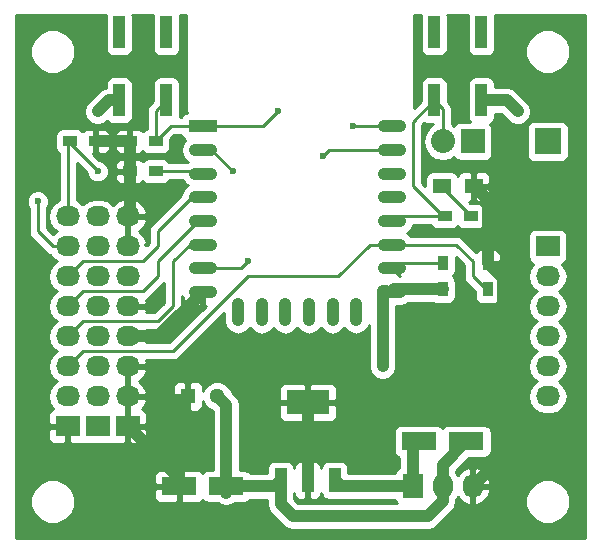
<source format=gtl>
G04 #@! TF.FileFunction,Copper,L1,Top,Signal*
%FSLAX46Y46*%
G04 Gerber Fmt 4.6, Leading zero omitted, Abs format (unit mm)*
G04 Created by KiCad (PCBNEW 4.0.1-stable) date Wednesday, 17 February 2016 'pmt' 21:43:36*
%MOMM*%
G01*
G04 APERTURE LIST*
%ADD10C,0.100000*%
%ADD11R,2.999740X1.501140*%
%ADD12C,1.300000*%
%ADD13R,1.300000X1.300000*%
%ADD14R,1.500000X1.300000*%
%ADD15R,1.727200X2.032000*%
%ADD16O,1.727200X2.032000*%
%ADD17R,2.032000X1.727200*%
%ADD18O,2.032000X1.727200*%
%ADD19R,1.200000X0.900000*%
%ADD20R,0.900000X1.200000*%
%ADD21R,1.000000X2.750000*%
%ADD22R,3.657600X2.032000*%
%ADD23R,1.016000X2.032000*%
%ADD24O,1.100000X2.400000*%
%ADD25R,2.400000X1.100000*%
%ADD26O,2.400000X1.100000*%
%ADD27R,2.032000X2.032000*%
%ADD28O,2.032000X2.032000*%
%ADD29R,2.235200X2.235200*%
%ADD30C,1.000000*%
%ADD31C,0.600000*%
%ADD32C,1.000000*%
%ADD33C,0.250000*%
%ADD34C,0.254000*%
G04 APERTURE END LIST*
D10*
D11*
X154398980Y-119380000D03*
X150401020Y-119380000D03*
X134078980Y-123190000D03*
X130081020Y-123190000D03*
D12*
X133310000Y-115570000D03*
D13*
X130810000Y-115570000D03*
D14*
X152320000Y-97790000D03*
X155020000Y-97790000D03*
D15*
X149860000Y-123190000D03*
D16*
X152400000Y-123190000D03*
X154940000Y-123190000D03*
D17*
X161290000Y-102870000D03*
D18*
X161290000Y-105410000D03*
X161290000Y-107950000D03*
X161290000Y-110490000D03*
X161290000Y-113030000D03*
X161290000Y-115570000D03*
D17*
X125730000Y-118110000D03*
D18*
X125730000Y-115570000D03*
X125730000Y-113030000D03*
X125730000Y-110490000D03*
X125730000Y-107950000D03*
X125730000Y-105410000D03*
X125730000Y-102870000D03*
X125730000Y-100330000D03*
D17*
X123190000Y-118110000D03*
D18*
X123190000Y-115570000D03*
X123190000Y-113030000D03*
X123190000Y-110490000D03*
X123190000Y-107950000D03*
X123190000Y-105410000D03*
X123190000Y-102870000D03*
X123190000Y-100330000D03*
D17*
X120650000Y-118110000D03*
D18*
X120650000Y-115570000D03*
X120650000Y-113030000D03*
X120650000Y-110490000D03*
X120650000Y-107950000D03*
X120650000Y-105410000D03*
X120650000Y-102870000D03*
X120650000Y-100330000D03*
D19*
X123020000Y-93980000D03*
X120820000Y-93980000D03*
X125900000Y-96520000D03*
X128100000Y-96520000D03*
X125900000Y-93980000D03*
X128100000Y-93980000D03*
X154770000Y-100330000D03*
X152570000Y-100330000D03*
D20*
X156210000Y-104310000D03*
X156210000Y-106510000D03*
X152400000Y-104310000D03*
X152400000Y-106510000D03*
D21*
X125000000Y-84755000D03*
X125000000Y-90505000D03*
X129000000Y-90505000D03*
X129000000Y-84755000D03*
X155670000Y-90505000D03*
X155670000Y-84755000D03*
X151670000Y-84755000D03*
X151670000Y-90505000D03*
D22*
X140970000Y-116078000D03*
D23*
X140970000Y-122682000D03*
X143256000Y-122682000D03*
X138684000Y-122682000D03*
D24*
X135070000Y-108460000D03*
X137070000Y-108460000D03*
X139070000Y-108460000D03*
X141070000Y-108460000D03*
X143070000Y-108460000D03*
X145070000Y-108460000D03*
D25*
X132080000Y-92710000D03*
D26*
X132080000Y-94710000D03*
X132080000Y-96710000D03*
X132080000Y-98710000D03*
X132080000Y-100710000D03*
X132080000Y-102710000D03*
X132080000Y-104710000D03*
X132080000Y-106710000D03*
X148080000Y-106710000D03*
X148080000Y-104710000D03*
X148080000Y-102710000D03*
X148080000Y-100710000D03*
X148080000Y-98710000D03*
X148080000Y-96710000D03*
X148080000Y-94710000D03*
X148080000Y-92710000D03*
D27*
X154940000Y-93980000D03*
D28*
X152400000Y-93980000D03*
D29*
X161290000Y-93980000D03*
D30*
X123190000Y-91440000D03*
X158750000Y-91440000D03*
X147320000Y-113030000D03*
D31*
X144780000Y-92710000D03*
X142240000Y-95250000D03*
X135890000Y-104140000D03*
X118110000Y-99060000D03*
X134620000Y-96520000D03*
X123190000Y-96520000D03*
X138430000Y-91440000D03*
D32*
X124125000Y-90505000D02*
X123190000Y-91440000D01*
X124125000Y-90505000D02*
X125000000Y-90505000D01*
X134078980Y-123190000D02*
X134078980Y-116338980D01*
X134078980Y-116338980D02*
X133310000Y-115570000D01*
X134078980Y-123190000D02*
X134078980Y-123731020D01*
X155670000Y-90505000D02*
X157815000Y-90505000D01*
X157815000Y-90505000D02*
X158750000Y-91440000D01*
X152400000Y-106510000D02*
X148280000Y-106510000D01*
X148280000Y-106510000D02*
X148080000Y-106710000D01*
X134078980Y-123190000D02*
X138176000Y-123190000D01*
X138176000Y-123190000D02*
X138684000Y-122682000D01*
X147320000Y-113030000D02*
X147320000Y-106680000D01*
X147320000Y-106680000D02*
X148080000Y-106710000D01*
X138684000Y-124714000D02*
X138684000Y-122682000D01*
X139700000Y-125730000D02*
X138684000Y-124714000D01*
X151130000Y-125730000D02*
X139700000Y-125730000D01*
X152400000Y-124460000D02*
X151130000Y-125730000D01*
X152400000Y-123190000D02*
X152400000Y-124460000D01*
X152400000Y-123190000D02*
X152400000Y-121378980D01*
X152400000Y-121378980D02*
X154398980Y-119380000D01*
X149860000Y-123190000D02*
X149860000Y-119921020D01*
X149860000Y-119921020D02*
X150401020Y-119380000D01*
X149860000Y-123190000D02*
X143764000Y-123190000D01*
X143764000Y-123190000D02*
X143256000Y-122682000D01*
X125730000Y-110490000D02*
X128300000Y-110490000D01*
X128300000Y-110490000D02*
X132080000Y-106710000D01*
X125900000Y-93980000D02*
X123020000Y-93980000D01*
X125900000Y-96520000D02*
X125900000Y-93980000D01*
X125900000Y-96520000D02*
X125900000Y-100160000D01*
X125900000Y-100160000D02*
X125730000Y-100330000D01*
X130081020Y-123190000D02*
X130081020Y-116298980D01*
X130081020Y-116298980D02*
X130810000Y-115570000D01*
X140970000Y-122682000D02*
X140970000Y-116078000D01*
X156210000Y-104310000D02*
X156210000Y-98980000D01*
X156210000Y-98980000D02*
X155020000Y-97790000D01*
X154940000Y-123190000D02*
X157480000Y-120650000D01*
X157480000Y-105580000D02*
X156210000Y-104310000D01*
X157480000Y-120650000D02*
X157480000Y-105580000D01*
X155020000Y-97790000D02*
X155020000Y-97850002D01*
X130081020Y-123190000D02*
X130081020Y-122461020D01*
X130081020Y-122461020D02*
X125730000Y-118110000D01*
D33*
X152320000Y-97790000D02*
X152320000Y-97880000D01*
X152320000Y-97880000D02*
X154770000Y-100330000D01*
X144780000Y-92710000D02*
X148080000Y-92710000D01*
X142780000Y-94710000D02*
X148080000Y-94710000D01*
X142240000Y-95250000D02*
X142780000Y-94710000D01*
X148080000Y-102710000D02*
X146210000Y-102710000D01*
X121920000Y-111760000D02*
X120650000Y-113030000D01*
X129540000Y-111760000D02*
X121920000Y-111760000D01*
X135890000Y-105410000D02*
X129540000Y-111760000D01*
X143510000Y-105410000D02*
X135890000Y-105410000D01*
X146210000Y-102710000D02*
X143510000Y-105410000D01*
X156210000Y-106510000D02*
X156040000Y-106510000D01*
X156040000Y-106510000D02*
X154940000Y-105410000D01*
X154940000Y-105410000D02*
X154940000Y-104140000D01*
X154940000Y-104140000D02*
X153510000Y-102710000D01*
X153510000Y-102710000D02*
X148080000Y-102710000D01*
X148240000Y-102870000D02*
X148080000Y-102710000D01*
X132080000Y-102710000D02*
X130970000Y-102710000D01*
X130970000Y-102710000D02*
X129540000Y-104140000D01*
X129540000Y-104140000D02*
X129540000Y-107950000D01*
X129540000Y-107950000D02*
X128270000Y-109220000D01*
X128270000Y-109220000D02*
X121920000Y-109220000D01*
X121920000Y-109220000D02*
X120650000Y-110490000D01*
X132080000Y-100710000D02*
X131700000Y-100710000D01*
X131700000Y-100710000D02*
X128270000Y-104140000D01*
X128270000Y-104140000D02*
X128270000Y-105410000D01*
X128270000Y-105410000D02*
X127000000Y-106680000D01*
X127000000Y-106680000D02*
X121920000Y-106680000D01*
X121920000Y-106680000D02*
X120650000Y-107950000D01*
X132080000Y-98710000D02*
X131160000Y-98710000D01*
X131160000Y-98710000D02*
X128270000Y-101600000D01*
X128270000Y-101600000D02*
X128270000Y-102870000D01*
X128270000Y-102870000D02*
X127000000Y-104140000D01*
X127000000Y-104140000D02*
X121920000Y-104140000D01*
X121920000Y-104140000D02*
X120650000Y-105410000D01*
X135320000Y-104710000D02*
X135890000Y-104140000D01*
X132080000Y-104710000D02*
X135320000Y-104710000D01*
X118110000Y-101600000D02*
X119380000Y-102870000D01*
X118110000Y-99060000D02*
X118110000Y-101600000D01*
X119380000Y-102870000D02*
X120650000Y-102870000D01*
X132080000Y-104710000D02*
X131380000Y-104710000D01*
X132080000Y-94710000D02*
X132810000Y-94710000D01*
X132810000Y-94710000D02*
X134620000Y-96520000D01*
X123190000Y-96520000D02*
X120820000Y-94150000D01*
X120820000Y-94150000D02*
X120820000Y-93980000D01*
X120820000Y-93980000D02*
X120650000Y-94150000D01*
X120650000Y-94150000D02*
X120650000Y-100330000D01*
X128100000Y-96520000D02*
X131890000Y-96520000D01*
X131890000Y-96520000D02*
X132080000Y-96710000D01*
X128100000Y-93980000D02*
X128100000Y-91405000D01*
X128100000Y-91405000D02*
X129000000Y-90505000D01*
X132080000Y-92710000D02*
X129370000Y-92710000D01*
X129370000Y-92710000D02*
X128100000Y-93980000D01*
X137160000Y-92710000D02*
X132080000Y-92710000D01*
X138430000Y-91440000D02*
X137160000Y-92710000D01*
X152400000Y-93980000D02*
X152400000Y-91235000D01*
X152400000Y-91235000D02*
X151670000Y-90505000D01*
X152570000Y-100330000D02*
X152400000Y-100330000D01*
X152400000Y-100330000D02*
X149860000Y-97790000D01*
X149860000Y-92315000D02*
X151670000Y-90505000D01*
X149860000Y-97790000D02*
X149860000Y-92315000D01*
X152570000Y-100330000D02*
X148460000Y-100330000D01*
X148460000Y-100330000D02*
X148080000Y-100710000D01*
X152400000Y-104310000D02*
X148480000Y-104310000D01*
X148480000Y-104310000D02*
X148080000Y-104710000D01*
X148780000Y-105410000D02*
X148080000Y-104710000D01*
D34*
G36*
X123852560Y-83380000D02*
X123852560Y-86130000D01*
X123896838Y-86365317D01*
X124035910Y-86581441D01*
X124248110Y-86726431D01*
X124500000Y-86777440D01*
X125500000Y-86777440D01*
X125735317Y-86733162D01*
X125951441Y-86594090D01*
X126096431Y-86381890D01*
X126147440Y-86130000D01*
X126147440Y-83380000D01*
X126120156Y-83235000D01*
X127881923Y-83235000D01*
X127852560Y-83380000D01*
X127852560Y-86130000D01*
X127896838Y-86365317D01*
X128035910Y-86581441D01*
X128248110Y-86726431D01*
X128500000Y-86777440D01*
X129500000Y-86777440D01*
X129735317Y-86733162D01*
X129951441Y-86594090D01*
X130096431Y-86381890D01*
X130147440Y-86130000D01*
X130147440Y-83380000D01*
X130120156Y-83235000D01*
X130683000Y-83235000D01*
X130683000Y-91440000D01*
X130693006Y-91489410D01*
X130721447Y-91531035D01*
X130735105Y-91539824D01*
X130644683Y-91556838D01*
X130428559Y-91695910D01*
X130283569Y-91908110D01*
X130275086Y-91950000D01*
X130133265Y-91950000D01*
X130147440Y-91880000D01*
X130147440Y-89130000D01*
X130103162Y-88894683D01*
X129964090Y-88678559D01*
X129751890Y-88533569D01*
X129500000Y-88482560D01*
X128500000Y-88482560D01*
X128264683Y-88526838D01*
X128048559Y-88665910D01*
X127903569Y-88878110D01*
X127852560Y-89130000D01*
X127852560Y-90577638D01*
X127562599Y-90867599D01*
X127397852Y-91114161D01*
X127340000Y-91405000D01*
X127340000Y-92912666D01*
X127264683Y-92926838D01*
X127048559Y-93065910D01*
X127002031Y-93134006D01*
X126859698Y-92991673D01*
X126626309Y-92895000D01*
X126185750Y-92895000D01*
X126027000Y-93053750D01*
X126027000Y-93853000D01*
X126047000Y-93853000D01*
X126047000Y-94107000D01*
X126027000Y-94107000D01*
X126027000Y-94906250D01*
X126185750Y-95065000D01*
X126626309Y-95065000D01*
X126859698Y-94968327D01*
X127000936Y-94827090D01*
X127035910Y-94881441D01*
X127248110Y-95026431D01*
X127500000Y-95077440D01*
X128700000Y-95077440D01*
X128935317Y-95033162D01*
X129151441Y-94894090D01*
X129296431Y-94681890D01*
X129347440Y-94430000D01*
X129347440Y-93807362D01*
X129684802Y-93470000D01*
X130272074Y-93470000D01*
X130276838Y-93495317D01*
X130415910Y-93711441D01*
X130604099Y-93840025D01*
X130556128Y-93872078D01*
X130299253Y-94256520D01*
X130209050Y-94710000D01*
X130299253Y-95163480D01*
X130556128Y-95547922D01*
X130798696Y-95710000D01*
X130723865Y-95760000D01*
X129255105Y-95760000D01*
X129164090Y-95618559D01*
X128951890Y-95473569D01*
X128700000Y-95422560D01*
X127500000Y-95422560D01*
X127264683Y-95466838D01*
X127048559Y-95605910D01*
X127002031Y-95674006D01*
X126859698Y-95531673D01*
X126626309Y-95435000D01*
X126185750Y-95435000D01*
X126027000Y-95593750D01*
X126027000Y-96393000D01*
X126047000Y-96393000D01*
X126047000Y-96647000D01*
X126027000Y-96647000D01*
X126027000Y-97446250D01*
X126185750Y-97605000D01*
X126626309Y-97605000D01*
X126859698Y-97508327D01*
X127000936Y-97367090D01*
X127035910Y-97421441D01*
X127248110Y-97566431D01*
X127500000Y-97617440D01*
X128700000Y-97617440D01*
X128935317Y-97573162D01*
X129151441Y-97434090D01*
X129256726Y-97280000D01*
X130377109Y-97280000D01*
X130556128Y-97547922D01*
X130798696Y-97710000D01*
X130556128Y-97872078D01*
X130299253Y-98256520D01*
X130239803Y-98555395D01*
X127732599Y-101062599D01*
X127567852Y-101309161D01*
X127510000Y-101600000D01*
X127510000Y-102555198D01*
X127322200Y-102742998D01*
X127216218Y-102742998D01*
X127337358Y-102510974D01*
X127334709Y-102495209D01*
X127080732Y-101967964D01*
X126668892Y-101600000D01*
X127080732Y-101232036D01*
X127334709Y-100704791D01*
X127337358Y-100689026D01*
X127216217Y-100457000D01*
X125857000Y-100457000D01*
X125857000Y-102743000D01*
X125877000Y-102743000D01*
X125877000Y-102997000D01*
X125857000Y-102997000D01*
X125857000Y-103017000D01*
X125603000Y-103017000D01*
X125603000Y-102997000D01*
X125583000Y-102997000D01*
X125583000Y-102743000D01*
X125603000Y-102743000D01*
X125603000Y-100457000D01*
X125583000Y-100457000D01*
X125583000Y-100203000D01*
X125603000Y-100203000D01*
X125603000Y-98989076D01*
X125857000Y-98989076D01*
X125857000Y-100203000D01*
X127216217Y-100203000D01*
X127337358Y-99970974D01*
X127334709Y-99955209D01*
X127080732Y-99427964D01*
X126644320Y-99038046D01*
X126091913Y-98844816D01*
X125857000Y-98989076D01*
X125603000Y-98989076D01*
X125368087Y-98844816D01*
X124815680Y-99038046D01*
X124479754Y-99338184D01*
X124434415Y-99270330D01*
X123948234Y-98945474D01*
X123374745Y-98831400D01*
X123005255Y-98831400D01*
X122431766Y-98945474D01*
X121945585Y-99270330D01*
X121920000Y-99308621D01*
X121894415Y-99270330D01*
X121410000Y-98946654D01*
X121410000Y-95814802D01*
X122254878Y-96659680D01*
X122254838Y-96705167D01*
X122396883Y-97048943D01*
X122659673Y-97312192D01*
X123003201Y-97454838D01*
X123375167Y-97455162D01*
X123718943Y-97313117D01*
X123982192Y-97050327D01*
X124083749Y-96805750D01*
X124665000Y-96805750D01*
X124665000Y-97096310D01*
X124761673Y-97329699D01*
X124940302Y-97508327D01*
X125173691Y-97605000D01*
X125614250Y-97605000D01*
X125773000Y-97446250D01*
X125773000Y-96647000D01*
X124823750Y-96647000D01*
X124665000Y-96805750D01*
X124083749Y-96805750D01*
X124124838Y-96706799D01*
X124125162Y-96334833D01*
X123983117Y-95991057D01*
X123935833Y-95943690D01*
X124665000Y-95943690D01*
X124665000Y-96234250D01*
X124823750Y-96393000D01*
X125773000Y-96393000D01*
X125773000Y-95593750D01*
X125614250Y-95435000D01*
X125173691Y-95435000D01*
X124940302Y-95531673D01*
X124761673Y-95710301D01*
X124665000Y-95943690D01*
X123935833Y-95943690D01*
X123720327Y-95727808D01*
X123376799Y-95585162D01*
X123329923Y-95585121D01*
X122772026Y-95027224D01*
X122893000Y-94906250D01*
X122893000Y-94107000D01*
X123147000Y-94107000D01*
X123147000Y-94906250D01*
X123305750Y-95065000D01*
X123746309Y-95065000D01*
X123979698Y-94968327D01*
X124158327Y-94789699D01*
X124255000Y-94556310D01*
X124255000Y-94265750D01*
X124665000Y-94265750D01*
X124665000Y-94556310D01*
X124761673Y-94789699D01*
X124940302Y-94968327D01*
X125173691Y-95065000D01*
X125614250Y-95065000D01*
X125773000Y-94906250D01*
X125773000Y-94107000D01*
X124823750Y-94107000D01*
X124665000Y-94265750D01*
X124255000Y-94265750D01*
X124096250Y-94107000D01*
X123147000Y-94107000D01*
X122893000Y-94107000D01*
X122873000Y-94107000D01*
X122873000Y-93853000D01*
X122893000Y-93853000D01*
X122893000Y-93053750D01*
X123147000Y-93053750D01*
X123147000Y-93853000D01*
X124096250Y-93853000D01*
X124255000Y-93694250D01*
X124255000Y-93403690D01*
X124665000Y-93403690D01*
X124665000Y-93694250D01*
X124823750Y-93853000D01*
X125773000Y-93853000D01*
X125773000Y-93053750D01*
X125614250Y-92895000D01*
X125173691Y-92895000D01*
X124940302Y-92991673D01*
X124761673Y-93170301D01*
X124665000Y-93403690D01*
X124255000Y-93403690D01*
X124158327Y-93170301D01*
X123979698Y-92991673D01*
X123746309Y-92895000D01*
X123305750Y-92895000D01*
X123147000Y-93053750D01*
X122893000Y-93053750D01*
X122734250Y-92895000D01*
X122293691Y-92895000D01*
X122060302Y-92991673D01*
X121919064Y-93132910D01*
X121884090Y-93078559D01*
X121671890Y-92933569D01*
X121420000Y-92882560D01*
X120220000Y-92882560D01*
X119984683Y-92926838D01*
X119768559Y-93065910D01*
X119623569Y-93278110D01*
X119572560Y-93530000D01*
X119572560Y-94430000D01*
X119616838Y-94665317D01*
X119755910Y-94881441D01*
X119890000Y-94973061D01*
X119890000Y-98946654D01*
X119405585Y-99270330D01*
X119080729Y-99756511D01*
X118966655Y-100330000D01*
X119080729Y-100903489D01*
X119405585Y-101389670D01*
X119720366Y-101600000D01*
X119405585Y-101810330D01*
X119401398Y-101816596D01*
X118870000Y-101285198D01*
X118870000Y-99622463D01*
X118902192Y-99590327D01*
X119044838Y-99246799D01*
X119045162Y-98874833D01*
X118903117Y-98531057D01*
X118640327Y-98267808D01*
X118296799Y-98125162D01*
X117924833Y-98124838D01*
X117581057Y-98266883D01*
X117317808Y-98529673D01*
X117175162Y-98873201D01*
X117174838Y-99245167D01*
X117316883Y-99588943D01*
X117350000Y-99622118D01*
X117350000Y-101600000D01*
X117407852Y-101890839D01*
X117572599Y-102137401D01*
X118842599Y-103407401D01*
X119089160Y-103572148D01*
X119178581Y-103589935D01*
X119405585Y-103929670D01*
X119720366Y-104140000D01*
X119405585Y-104350330D01*
X119080729Y-104836511D01*
X118966655Y-105410000D01*
X119080729Y-105983489D01*
X119405585Y-106469670D01*
X119720366Y-106680000D01*
X119405585Y-106890330D01*
X119080729Y-107376511D01*
X118966655Y-107950000D01*
X119080729Y-108523489D01*
X119405585Y-109009670D01*
X119720366Y-109220000D01*
X119405585Y-109430330D01*
X119080729Y-109916511D01*
X118966655Y-110490000D01*
X119080729Y-111063489D01*
X119405585Y-111549670D01*
X119720366Y-111760000D01*
X119405585Y-111970330D01*
X119080729Y-112456511D01*
X118966655Y-113030000D01*
X119080729Y-113603489D01*
X119405585Y-114089670D01*
X119720366Y-114300000D01*
X119405585Y-114510330D01*
X119080729Y-114996511D01*
X118966655Y-115570000D01*
X119080729Y-116143489D01*
X119405585Y-116629670D01*
X119427780Y-116644500D01*
X119274302Y-116708073D01*
X119095673Y-116886701D01*
X118999000Y-117120090D01*
X118999000Y-117824250D01*
X119157750Y-117983000D01*
X120523000Y-117983000D01*
X120523000Y-117963000D01*
X120777000Y-117963000D01*
X120777000Y-117983000D01*
X120797000Y-117983000D01*
X120797000Y-118237000D01*
X120777000Y-118237000D01*
X120777000Y-119449850D01*
X120935750Y-119608600D01*
X121792309Y-119608600D01*
X121908263Y-119560570D01*
X121922110Y-119570031D01*
X122174000Y-119621040D01*
X124206000Y-119621040D01*
X124441317Y-119576762D01*
X124468539Y-119559245D01*
X124587691Y-119608600D01*
X125444250Y-119608600D01*
X125603000Y-119449850D01*
X125603000Y-118237000D01*
X125857000Y-118237000D01*
X125857000Y-119449850D01*
X126015750Y-119608600D01*
X126872309Y-119608600D01*
X127105698Y-119511927D01*
X127284327Y-119333299D01*
X127381000Y-119099910D01*
X127381000Y-118395750D01*
X127222250Y-118237000D01*
X125857000Y-118237000D01*
X125603000Y-118237000D01*
X125583000Y-118237000D01*
X125583000Y-117983000D01*
X125603000Y-117983000D01*
X125603000Y-115697000D01*
X125857000Y-115697000D01*
X125857000Y-117983000D01*
X127222250Y-117983000D01*
X127381000Y-117824250D01*
X127381000Y-117120090D01*
X127284327Y-116886701D01*
X127105698Y-116708073D01*
X126908139Y-116626241D01*
X127080732Y-116472036D01*
X127334709Y-115944791D01*
X127337358Y-115929026D01*
X127299101Y-115855750D01*
X129525000Y-115855750D01*
X129525000Y-116346310D01*
X129621673Y-116579699D01*
X129800302Y-116758327D01*
X130033691Y-116855000D01*
X130524250Y-116855000D01*
X130683000Y-116696250D01*
X130683000Y-115697000D01*
X129683750Y-115697000D01*
X129525000Y-115855750D01*
X127299101Y-115855750D01*
X127216217Y-115697000D01*
X125857000Y-115697000D01*
X125603000Y-115697000D01*
X125583000Y-115697000D01*
X125583000Y-115443000D01*
X125603000Y-115443000D01*
X125603000Y-113157000D01*
X125857000Y-113157000D01*
X125857000Y-115443000D01*
X127216217Y-115443000D01*
X127337358Y-115210974D01*
X127334709Y-115195209D01*
X127141295Y-114793690D01*
X129525000Y-114793690D01*
X129525000Y-115284250D01*
X129683750Y-115443000D01*
X130683000Y-115443000D01*
X130683000Y-114443750D01*
X130524250Y-114285000D01*
X130033691Y-114285000D01*
X129800302Y-114381673D01*
X129621673Y-114560301D01*
X129525000Y-114793690D01*
X127141295Y-114793690D01*
X127080732Y-114667964D01*
X126668892Y-114300000D01*
X127080732Y-113932036D01*
X127334709Y-113404791D01*
X127337358Y-113389026D01*
X127216217Y-113157000D01*
X125857000Y-113157000D01*
X125603000Y-113157000D01*
X125583000Y-113157000D01*
X125583000Y-112903000D01*
X125603000Y-112903000D01*
X125603000Y-112883000D01*
X125857000Y-112883000D01*
X125857000Y-112903000D01*
X127216217Y-112903000D01*
X127337358Y-112670974D01*
X127334709Y-112655209D01*
X127269578Y-112520000D01*
X129540000Y-112520000D01*
X129830839Y-112462148D01*
X130077401Y-112297401D01*
X133885000Y-108489802D01*
X133885000Y-109145950D01*
X133975203Y-109599430D01*
X134232078Y-109983872D01*
X134616520Y-110240747D01*
X135070000Y-110330950D01*
X135523480Y-110240747D01*
X135907922Y-109983872D01*
X136070000Y-109741304D01*
X136232078Y-109983872D01*
X136616520Y-110240747D01*
X137070000Y-110330950D01*
X137523480Y-110240747D01*
X137907922Y-109983872D01*
X138070000Y-109741304D01*
X138232078Y-109983872D01*
X138616520Y-110240747D01*
X139070000Y-110330950D01*
X139523480Y-110240747D01*
X139907922Y-109983872D01*
X140070000Y-109741304D01*
X140232078Y-109983872D01*
X140616520Y-110240747D01*
X141070000Y-110330950D01*
X141523480Y-110240747D01*
X141907922Y-109983872D01*
X142070000Y-109741304D01*
X142232078Y-109983872D01*
X142616520Y-110240747D01*
X143070000Y-110330950D01*
X143523480Y-110240747D01*
X143907922Y-109983872D01*
X144070000Y-109741304D01*
X144232078Y-109983872D01*
X144616520Y-110240747D01*
X145070000Y-110330950D01*
X145523480Y-110240747D01*
X145907922Y-109983872D01*
X146164797Y-109599430D01*
X146185000Y-109497863D01*
X146185000Y-113029010D01*
X146184803Y-113254775D01*
X146357233Y-113672086D01*
X146676235Y-113991645D01*
X147093244Y-114164803D01*
X147544775Y-114165197D01*
X147962086Y-113992767D01*
X148281645Y-113673765D01*
X148454803Y-113256756D01*
X148455197Y-112805225D01*
X148455000Y-112804748D01*
X148455000Y-107895000D01*
X148765950Y-107895000D01*
X149219430Y-107804797D01*
X149458584Y-107645000D01*
X151608203Y-107645000D01*
X151698110Y-107706431D01*
X151950000Y-107757440D01*
X152850000Y-107757440D01*
X153085317Y-107713162D01*
X153301441Y-107574090D01*
X153446431Y-107361890D01*
X153497440Y-107110000D01*
X153497440Y-106698826D01*
X153535000Y-106510000D01*
X153497440Y-106321174D01*
X153497440Y-105910000D01*
X153453162Y-105674683D01*
X153314090Y-105458559D01*
X153244289Y-105410866D01*
X153301441Y-105374090D01*
X153446431Y-105161890D01*
X153497440Y-104910000D01*
X153497440Y-103772242D01*
X154180000Y-104454802D01*
X154180000Y-105410000D01*
X154237852Y-105700839D01*
X154402599Y-105947401D01*
X155112560Y-106657362D01*
X155112560Y-107110000D01*
X155156838Y-107345317D01*
X155295910Y-107561441D01*
X155508110Y-107706431D01*
X155760000Y-107757440D01*
X156660000Y-107757440D01*
X156895317Y-107713162D01*
X157111441Y-107574090D01*
X157256431Y-107361890D01*
X157307440Y-107110000D01*
X157307440Y-105910000D01*
X157263162Y-105674683D01*
X157124090Y-105458559D01*
X157055994Y-105412031D01*
X157058025Y-105410000D01*
X159606655Y-105410000D01*
X159720729Y-105983489D01*
X160045585Y-106469670D01*
X160360366Y-106680000D01*
X160045585Y-106890330D01*
X159720729Y-107376511D01*
X159606655Y-107950000D01*
X159720729Y-108523489D01*
X160045585Y-109009670D01*
X160360366Y-109220000D01*
X160045585Y-109430330D01*
X159720729Y-109916511D01*
X159606655Y-110490000D01*
X159720729Y-111063489D01*
X160045585Y-111549670D01*
X160360366Y-111760000D01*
X160045585Y-111970330D01*
X159720729Y-112456511D01*
X159606655Y-113030000D01*
X159720729Y-113603489D01*
X160045585Y-114089670D01*
X160360366Y-114300000D01*
X160045585Y-114510330D01*
X159720729Y-114996511D01*
X159606655Y-115570000D01*
X159720729Y-116143489D01*
X160045585Y-116629670D01*
X160531766Y-116954526D01*
X161105255Y-117068600D01*
X161474745Y-117068600D01*
X162048234Y-116954526D01*
X162534415Y-116629670D01*
X162859271Y-116143489D01*
X162973345Y-115570000D01*
X162859271Y-114996511D01*
X162534415Y-114510330D01*
X162219634Y-114300000D01*
X162534415Y-114089670D01*
X162859271Y-113603489D01*
X162973345Y-113030000D01*
X162859271Y-112456511D01*
X162534415Y-111970330D01*
X162219634Y-111760000D01*
X162534415Y-111549670D01*
X162859271Y-111063489D01*
X162973345Y-110490000D01*
X162859271Y-109916511D01*
X162534415Y-109430330D01*
X162219634Y-109220000D01*
X162534415Y-109009670D01*
X162859271Y-108523489D01*
X162973345Y-107950000D01*
X162859271Y-107376511D01*
X162534415Y-106890330D01*
X162219634Y-106680000D01*
X162534415Y-106469670D01*
X162859271Y-105983489D01*
X162973345Y-105410000D01*
X162859271Y-104836511D01*
X162534415Y-104350330D01*
X162520087Y-104340757D01*
X162541317Y-104336762D01*
X162757441Y-104197690D01*
X162902431Y-103985490D01*
X162953440Y-103733600D01*
X162953440Y-102006400D01*
X162909162Y-101771083D01*
X162770090Y-101554959D01*
X162557890Y-101409969D01*
X162306000Y-101358960D01*
X160274000Y-101358960D01*
X160038683Y-101403238D01*
X159822559Y-101542310D01*
X159677569Y-101754510D01*
X159626560Y-102006400D01*
X159626560Y-103733600D01*
X159670838Y-103968917D01*
X159809910Y-104185041D01*
X160022110Y-104330031D01*
X160063439Y-104338400D01*
X160045585Y-104350330D01*
X159720729Y-104836511D01*
X159606655Y-105410000D01*
X157058025Y-105410000D01*
X157198327Y-105269698D01*
X157295000Y-105036309D01*
X157295000Y-104595750D01*
X157136250Y-104437000D01*
X156337000Y-104437000D01*
X156337000Y-104457000D01*
X156083000Y-104457000D01*
X156083000Y-104437000D01*
X156063000Y-104437000D01*
X156063000Y-104183000D01*
X156083000Y-104183000D01*
X156083000Y-103233750D01*
X156337000Y-103233750D01*
X156337000Y-104183000D01*
X157136250Y-104183000D01*
X157295000Y-104024250D01*
X157295000Y-103583691D01*
X157198327Y-103350302D01*
X157019699Y-103171673D01*
X156786310Y-103075000D01*
X156495750Y-103075000D01*
X156337000Y-103233750D01*
X156083000Y-103233750D01*
X155924250Y-103075000D01*
X155633690Y-103075000D01*
X155400301Y-103171673D01*
X155223388Y-103348586D01*
X154047401Y-102172599D01*
X153800839Y-102007852D01*
X153510000Y-101950000D01*
X149655938Y-101950000D01*
X149603872Y-101872078D01*
X149361304Y-101710000D01*
X149603872Y-101547922D01*
X149860747Y-101163480D01*
X149875363Y-101090000D01*
X151414895Y-101090000D01*
X151505910Y-101231441D01*
X151718110Y-101376431D01*
X151970000Y-101427440D01*
X153170000Y-101427440D01*
X153405317Y-101383162D01*
X153621441Y-101244090D01*
X153669134Y-101174289D01*
X153705910Y-101231441D01*
X153918110Y-101376431D01*
X154170000Y-101427440D01*
X155370000Y-101427440D01*
X155605317Y-101383162D01*
X155821441Y-101244090D01*
X155966431Y-101031890D01*
X156017440Y-100780000D01*
X156017440Y-99880000D01*
X155973162Y-99644683D01*
X155834090Y-99428559D01*
X155621890Y-99283569D01*
X155370000Y-99232560D01*
X154747362Y-99232560D01*
X154589802Y-99075000D01*
X154734250Y-99075000D01*
X154893000Y-98916250D01*
X154893000Y-97917000D01*
X155147000Y-97917000D01*
X155147000Y-98916250D01*
X155305750Y-99075000D01*
X155896309Y-99075000D01*
X156129698Y-98978327D01*
X156308327Y-98799699D01*
X156405000Y-98566310D01*
X156405000Y-98075750D01*
X156246250Y-97917000D01*
X155147000Y-97917000D01*
X154893000Y-97917000D01*
X154873000Y-97917000D01*
X154873000Y-97663000D01*
X154893000Y-97663000D01*
X154893000Y-96663750D01*
X155147000Y-96663750D01*
X155147000Y-97663000D01*
X156246250Y-97663000D01*
X156405000Y-97504250D01*
X156405000Y-97013690D01*
X156308327Y-96780301D01*
X156129698Y-96601673D01*
X155896309Y-96505000D01*
X155305750Y-96505000D01*
X155147000Y-96663750D01*
X154893000Y-96663750D01*
X154734250Y-96505000D01*
X154143691Y-96505000D01*
X153910302Y-96601673D01*
X153731673Y-96780301D01*
X153675346Y-96916287D01*
X153673162Y-96904683D01*
X153534090Y-96688559D01*
X153321890Y-96543569D01*
X153070000Y-96492560D01*
X151570000Y-96492560D01*
X151334683Y-96536838D01*
X151118559Y-96675910D01*
X150973569Y-96888110D01*
X150922560Y-97140000D01*
X150922560Y-97777758D01*
X150620000Y-97475198D01*
X150620000Y-92629802D01*
X150832123Y-92417679D01*
X150918110Y-92476431D01*
X151170000Y-92527440D01*
X151610882Y-92527440D01*
X151232567Y-92780222D01*
X150874675Y-93315845D01*
X150749000Y-93947655D01*
X150749000Y-94012345D01*
X150874675Y-94644155D01*
X151232567Y-95179778D01*
X151768190Y-95537670D01*
X152400000Y-95663345D01*
X153031810Y-95537670D01*
X153371792Y-95310501D01*
X153459910Y-95447441D01*
X153672110Y-95592431D01*
X153924000Y-95643440D01*
X155956000Y-95643440D01*
X156191317Y-95599162D01*
X156407441Y-95460090D01*
X156552431Y-95247890D01*
X156603440Y-94996000D01*
X156603440Y-92964000D01*
X156584323Y-92862400D01*
X159524960Y-92862400D01*
X159524960Y-95097600D01*
X159569238Y-95332917D01*
X159708310Y-95549041D01*
X159920510Y-95694031D01*
X160172400Y-95745040D01*
X162407600Y-95745040D01*
X162642917Y-95700762D01*
X162859041Y-95561690D01*
X163004031Y-95349490D01*
X163055040Y-95097600D01*
X163055040Y-92862400D01*
X163010762Y-92627083D01*
X162871690Y-92410959D01*
X162659490Y-92265969D01*
X162407600Y-92214960D01*
X160172400Y-92214960D01*
X159937083Y-92259238D01*
X159720959Y-92398310D01*
X159575969Y-92610510D01*
X159524960Y-92862400D01*
X156584323Y-92862400D01*
X156559162Y-92728683D01*
X156420090Y-92512559D01*
X156383166Y-92487330D01*
X156405317Y-92483162D01*
X156621441Y-92344090D01*
X156766431Y-92131890D01*
X156817440Y-91880000D01*
X156817440Y-91640000D01*
X157344868Y-91640000D01*
X157947020Y-92242152D01*
X158106235Y-92401645D01*
X158523244Y-92574803D01*
X158974775Y-92575197D01*
X159184345Y-92488604D01*
X159184346Y-92488604D01*
X159184347Y-92488603D01*
X159392086Y-92402767D01*
X159711645Y-92083765D01*
X159884803Y-91666756D01*
X159885197Y-91215225D01*
X159712767Y-90797914D01*
X159393765Y-90478355D01*
X159393290Y-90478158D01*
X158617566Y-89702434D01*
X158249346Y-89456397D01*
X157815000Y-89370000D01*
X156817440Y-89370000D01*
X156817440Y-89130000D01*
X156773162Y-88894683D01*
X156634090Y-88678559D01*
X156421890Y-88533569D01*
X156170000Y-88482560D01*
X155170000Y-88482560D01*
X154934683Y-88526838D01*
X154718559Y-88665910D01*
X154573569Y-88878110D01*
X154522560Y-89130000D01*
X154522560Y-91880000D01*
X154566838Y-92115317D01*
X154696334Y-92316560D01*
X153924000Y-92316560D01*
X153688683Y-92360838D01*
X153472559Y-92499910D01*
X153370802Y-92648837D01*
X153160000Y-92507984D01*
X153160000Y-91235000D01*
X153102148Y-90944161D01*
X152937401Y-90697599D01*
X152817440Y-90577638D01*
X152817440Y-89130000D01*
X152773162Y-88894683D01*
X152634090Y-88678559D01*
X152421890Y-88533569D01*
X152170000Y-88482560D01*
X151170000Y-88482560D01*
X150934683Y-88526838D01*
X150718559Y-88665910D01*
X150573569Y-88878110D01*
X150522560Y-89130000D01*
X150522560Y-90577638D01*
X149987000Y-91113198D01*
X149987000Y-83235000D01*
X150551923Y-83235000D01*
X150522560Y-83380000D01*
X150522560Y-86130000D01*
X150566838Y-86365317D01*
X150705910Y-86581441D01*
X150918110Y-86726431D01*
X151170000Y-86777440D01*
X152170000Y-86777440D01*
X152405317Y-86733162D01*
X152621441Y-86594090D01*
X152766431Y-86381890D01*
X152817440Y-86130000D01*
X152817440Y-83380000D01*
X152790156Y-83235000D01*
X154551923Y-83235000D01*
X154522560Y-83380000D01*
X154522560Y-86130000D01*
X154566838Y-86365317D01*
X154705910Y-86581441D01*
X154918110Y-86726431D01*
X155170000Y-86777440D01*
X156170000Y-86777440D01*
X156404557Y-86733305D01*
X159404674Y-86733305D01*
X159691043Y-87426372D01*
X160220839Y-87957093D01*
X160913405Y-88244672D01*
X161663305Y-88245326D01*
X162356372Y-87958957D01*
X162887093Y-87429161D01*
X163174672Y-86736595D01*
X163175326Y-85986695D01*
X162888957Y-85293628D01*
X162359161Y-84762907D01*
X161666595Y-84475328D01*
X160916695Y-84474674D01*
X160223628Y-84761043D01*
X159692907Y-85290839D01*
X159405328Y-85983405D01*
X159404674Y-86733305D01*
X156404557Y-86733305D01*
X156405317Y-86733162D01*
X156621441Y-86594090D01*
X156766431Y-86381890D01*
X156817440Y-86130000D01*
X156817440Y-83380000D01*
X156790156Y-83235000D01*
X164415000Y-83235000D01*
X164415000Y-127585000D01*
X116255000Y-127585000D01*
X116255000Y-124833305D01*
X117494674Y-124833305D01*
X117781043Y-125526372D01*
X118310839Y-126057093D01*
X119003405Y-126344672D01*
X119753305Y-126345326D01*
X120446372Y-126058957D01*
X120977093Y-125529161D01*
X121264672Y-124836595D01*
X121265326Y-124086695D01*
X121012890Y-123475750D01*
X127946150Y-123475750D01*
X127946150Y-124066880D01*
X128042823Y-124300269D01*
X128221452Y-124478897D01*
X128454841Y-124575570D01*
X129795270Y-124575570D01*
X129954020Y-124416820D01*
X129954020Y-123317000D01*
X128104900Y-123317000D01*
X127946150Y-123475750D01*
X121012890Y-123475750D01*
X120978957Y-123393628D01*
X120449161Y-122862907D01*
X119756595Y-122575328D01*
X119006695Y-122574674D01*
X118313628Y-122861043D01*
X117782907Y-123390839D01*
X117495328Y-124083405D01*
X117494674Y-124833305D01*
X116255000Y-124833305D01*
X116255000Y-122313120D01*
X127946150Y-122313120D01*
X127946150Y-122904250D01*
X128104900Y-123063000D01*
X129954020Y-123063000D01*
X129954020Y-121963180D01*
X130208020Y-121963180D01*
X130208020Y-123063000D01*
X130228020Y-123063000D01*
X130228020Y-123317000D01*
X130208020Y-123317000D01*
X130208020Y-124416820D01*
X130366770Y-124575570D01*
X131707199Y-124575570D01*
X131940588Y-124478897D01*
X132080743Y-124338743D01*
X132115020Y-124392011D01*
X132327220Y-124537001D01*
X132579110Y-124588010D01*
X133357865Y-124588010D01*
X133644634Y-124779623D01*
X134078980Y-124866020D01*
X134513326Y-124779623D01*
X134800095Y-124588010D01*
X135578850Y-124588010D01*
X135814167Y-124543732D01*
X136030291Y-124404660D01*
X136084720Y-124325000D01*
X137549000Y-124325000D01*
X137549000Y-124714000D01*
X137635397Y-125148346D01*
X137733826Y-125295655D01*
X137881434Y-125516566D01*
X138897434Y-126532566D01*
X139265654Y-126778603D01*
X139700000Y-126865000D01*
X151130000Y-126865000D01*
X151564346Y-126778603D01*
X151932566Y-126532566D01*
X153202566Y-125262566D01*
X153426494Y-124927434D01*
X153448603Y-124894346D01*
X153460744Y-124833305D01*
X159404674Y-124833305D01*
X159691043Y-125526372D01*
X160220839Y-126057093D01*
X160913405Y-126344672D01*
X161663305Y-126345326D01*
X162356372Y-126058957D01*
X162887093Y-125529161D01*
X163174672Y-124836595D01*
X163175326Y-124086695D01*
X162888957Y-123393628D01*
X162359161Y-122862907D01*
X161666595Y-122575328D01*
X160916695Y-122574674D01*
X160223628Y-122861043D01*
X159692907Y-123390839D01*
X159405328Y-124083405D01*
X159404674Y-124833305D01*
X153460744Y-124833305D01*
X153535000Y-124460000D01*
X153535000Y-124321676D01*
X153666461Y-124124931D01*
X154037964Y-124540732D01*
X154565209Y-124794709D01*
X154580974Y-124797358D01*
X154813000Y-124676217D01*
X154813000Y-123317000D01*
X155067000Y-123317000D01*
X155067000Y-124676217D01*
X155299026Y-124797358D01*
X155314791Y-124794709D01*
X155842036Y-124540732D01*
X156231954Y-124104320D01*
X156425184Y-123551913D01*
X156280924Y-123317000D01*
X155067000Y-123317000D01*
X154813000Y-123317000D01*
X154793000Y-123317000D01*
X154793000Y-123063000D01*
X154813000Y-123063000D01*
X154813000Y-121703783D01*
X155067000Y-121703783D01*
X155067000Y-123063000D01*
X156280924Y-123063000D01*
X156425184Y-122828087D01*
X156231954Y-122275680D01*
X155842036Y-121839268D01*
X155314791Y-121585291D01*
X155299026Y-121582642D01*
X155067000Y-121703783D01*
X154813000Y-121703783D01*
X154580974Y-121582642D01*
X154565209Y-121585291D01*
X154037964Y-121839268D01*
X153666461Y-122255069D01*
X153535000Y-122058324D01*
X153535000Y-121849112D01*
X154606102Y-120778010D01*
X155898850Y-120778010D01*
X156134167Y-120733732D01*
X156350291Y-120594660D01*
X156495281Y-120382460D01*
X156546290Y-120130570D01*
X156546290Y-118629430D01*
X156502012Y-118394113D01*
X156362940Y-118177989D01*
X156150740Y-118032999D01*
X155898850Y-117981990D01*
X152899110Y-117981990D01*
X152663793Y-118026268D01*
X152447669Y-118165340D01*
X152400893Y-118233799D01*
X152364980Y-118177989D01*
X152152780Y-118032999D01*
X151900890Y-117981990D01*
X148901150Y-117981990D01*
X148665833Y-118026268D01*
X148449709Y-118165340D01*
X148304719Y-118377540D01*
X148253710Y-118629430D01*
X148253710Y-120130570D01*
X148297988Y-120365887D01*
X148437060Y-120582011D01*
X148649260Y-120727001D01*
X148725000Y-120742339D01*
X148725000Y-121594057D01*
X148544959Y-121709910D01*
X148399969Y-121922110D01*
X148373058Y-122055000D01*
X144411440Y-122055000D01*
X144411440Y-121666000D01*
X144367162Y-121430683D01*
X144228090Y-121214559D01*
X144015890Y-121069569D01*
X143764000Y-121018560D01*
X142748000Y-121018560D01*
X142512683Y-121062838D01*
X142296559Y-121201910D01*
X142151569Y-121414110D01*
X142113000Y-121604569D01*
X142113000Y-121539690D01*
X142016327Y-121306301D01*
X141837698Y-121127673D01*
X141604309Y-121031000D01*
X141255750Y-121031000D01*
X141097000Y-121189750D01*
X141097000Y-122555000D01*
X141117000Y-122555000D01*
X141117000Y-122809000D01*
X141097000Y-122809000D01*
X141097000Y-124174250D01*
X141255750Y-124333000D01*
X141604309Y-124333000D01*
X141837698Y-124236327D01*
X142016327Y-124057699D01*
X142113000Y-123824310D01*
X142113000Y-123764113D01*
X142144838Y-123933317D01*
X142283910Y-124149441D01*
X142496110Y-124294431D01*
X142748000Y-124345440D01*
X143764000Y-124345440D01*
X143872629Y-124325000D01*
X148371351Y-124325000D01*
X148393238Y-124441317D01*
X148492130Y-124595000D01*
X140170132Y-124595000D01*
X139819000Y-124243868D01*
X139819000Y-123798936D01*
X139827000Y-123759431D01*
X139827000Y-123824310D01*
X139923673Y-124057699D01*
X140102302Y-124236327D01*
X140335691Y-124333000D01*
X140684250Y-124333000D01*
X140843000Y-124174250D01*
X140843000Y-122809000D01*
X140823000Y-122809000D01*
X140823000Y-122555000D01*
X140843000Y-122555000D01*
X140843000Y-121189750D01*
X140684250Y-121031000D01*
X140335691Y-121031000D01*
X140102302Y-121127673D01*
X139923673Y-121306301D01*
X139827000Y-121539690D01*
X139827000Y-121599887D01*
X139795162Y-121430683D01*
X139656090Y-121214559D01*
X139443890Y-121069569D01*
X139192000Y-121018560D01*
X138176000Y-121018560D01*
X137940683Y-121062838D01*
X137724559Y-121201910D01*
X137579569Y-121414110D01*
X137528560Y-121666000D01*
X137528560Y-122055000D01*
X136086060Y-122055000D01*
X136042940Y-121987989D01*
X135830740Y-121842999D01*
X135578850Y-121791990D01*
X135213980Y-121791990D01*
X135213980Y-116363750D01*
X138506200Y-116363750D01*
X138506200Y-117220310D01*
X138602873Y-117453699D01*
X138781502Y-117632327D01*
X139014891Y-117729000D01*
X140684250Y-117729000D01*
X140843000Y-117570250D01*
X140843000Y-116205000D01*
X141097000Y-116205000D01*
X141097000Y-117570250D01*
X141255750Y-117729000D01*
X142925109Y-117729000D01*
X143158498Y-117632327D01*
X143337127Y-117453699D01*
X143433800Y-117220310D01*
X143433800Y-116363750D01*
X143275050Y-116205000D01*
X141097000Y-116205000D01*
X140843000Y-116205000D01*
X138664950Y-116205000D01*
X138506200Y-116363750D01*
X135213980Y-116363750D01*
X135213980Y-116338980D01*
X135127583Y-115904634D01*
X134881546Y-115536414D01*
X134549153Y-115204021D01*
X134438281Y-114935690D01*
X138506200Y-114935690D01*
X138506200Y-115792250D01*
X138664950Y-115951000D01*
X140843000Y-115951000D01*
X140843000Y-114585750D01*
X141097000Y-114585750D01*
X141097000Y-115951000D01*
X143275050Y-115951000D01*
X143433800Y-115792250D01*
X143433800Y-114935690D01*
X143337127Y-114702301D01*
X143158498Y-114523673D01*
X142925109Y-114427000D01*
X141255750Y-114427000D01*
X141097000Y-114585750D01*
X140843000Y-114585750D01*
X140684250Y-114427000D01*
X139014891Y-114427000D01*
X138781502Y-114523673D01*
X138602873Y-114702301D01*
X138506200Y-114935690D01*
X134438281Y-114935690D01*
X134400005Y-114843057D01*
X134038845Y-114481265D01*
X133566724Y-114285223D01*
X133055519Y-114284777D01*
X132583057Y-114479995D01*
X132221265Y-114841155D01*
X132095000Y-115145235D01*
X132095000Y-114793690D01*
X131998327Y-114560301D01*
X131819698Y-114381673D01*
X131586309Y-114285000D01*
X131095750Y-114285000D01*
X130937000Y-114443750D01*
X130937000Y-115443000D01*
X130957000Y-115443000D01*
X130957000Y-115697000D01*
X130937000Y-115697000D01*
X130937000Y-116696250D01*
X131095750Y-116855000D01*
X131586309Y-116855000D01*
X131819698Y-116758327D01*
X131998327Y-116579699D01*
X132095000Y-116346310D01*
X132095000Y-115994433D01*
X132219995Y-116296943D01*
X132581155Y-116658735D01*
X132943980Y-116809393D01*
X132943980Y-121791990D01*
X132579110Y-121791990D01*
X132343793Y-121836268D01*
X132127669Y-121975340D01*
X132081864Y-122042378D01*
X131940588Y-121901103D01*
X131707199Y-121804430D01*
X130366770Y-121804430D01*
X130208020Y-121963180D01*
X129954020Y-121963180D01*
X129795270Y-121804430D01*
X128454841Y-121804430D01*
X128221452Y-121901103D01*
X128042823Y-122079731D01*
X127946150Y-122313120D01*
X116255000Y-122313120D01*
X116255000Y-118395750D01*
X118999000Y-118395750D01*
X118999000Y-119099910D01*
X119095673Y-119333299D01*
X119274302Y-119511927D01*
X119507691Y-119608600D01*
X120364250Y-119608600D01*
X120523000Y-119449850D01*
X120523000Y-118237000D01*
X119157750Y-118237000D01*
X118999000Y-118395750D01*
X116255000Y-118395750D01*
X116255000Y-91664775D01*
X122054803Y-91664775D01*
X122227233Y-92082086D01*
X122546235Y-92401645D01*
X122963244Y-92574803D01*
X123414775Y-92575197D01*
X123832086Y-92402767D01*
X123984136Y-92250982D01*
X124035910Y-92331441D01*
X124248110Y-92476431D01*
X124500000Y-92527440D01*
X125500000Y-92527440D01*
X125735317Y-92483162D01*
X125951441Y-92344090D01*
X126096431Y-92131890D01*
X126147440Y-91880000D01*
X126147440Y-89130000D01*
X126103162Y-88894683D01*
X125964090Y-88678559D01*
X125751890Y-88533569D01*
X125500000Y-88482560D01*
X124500000Y-88482560D01*
X124264683Y-88526838D01*
X124048559Y-88665910D01*
X123903569Y-88878110D01*
X123852560Y-89130000D01*
X123852560Y-89424191D01*
X123690655Y-89456396D01*
X123322434Y-89702434D01*
X122387848Y-90637020D01*
X122228355Y-90796235D01*
X122055197Y-91213244D01*
X122054803Y-91664775D01*
X116255000Y-91664775D01*
X116255000Y-86733305D01*
X117494674Y-86733305D01*
X117781043Y-87426372D01*
X118310839Y-87957093D01*
X119003405Y-88244672D01*
X119753305Y-88245326D01*
X120446372Y-87958957D01*
X120977093Y-87429161D01*
X121264672Y-86736595D01*
X121265326Y-85986695D01*
X120978957Y-85293628D01*
X120449161Y-84762907D01*
X119756595Y-84475328D01*
X119006695Y-84474674D01*
X118313628Y-84761043D01*
X117782907Y-85290839D01*
X117495328Y-85983405D01*
X117494674Y-86733305D01*
X116255000Y-86733305D01*
X116255000Y-83235000D01*
X123881923Y-83235000D01*
X123852560Y-83380000D01*
X123852560Y-83380000D01*
G37*
X123852560Y-83380000D02*
X123852560Y-86130000D01*
X123896838Y-86365317D01*
X124035910Y-86581441D01*
X124248110Y-86726431D01*
X124500000Y-86777440D01*
X125500000Y-86777440D01*
X125735317Y-86733162D01*
X125951441Y-86594090D01*
X126096431Y-86381890D01*
X126147440Y-86130000D01*
X126147440Y-83380000D01*
X126120156Y-83235000D01*
X127881923Y-83235000D01*
X127852560Y-83380000D01*
X127852560Y-86130000D01*
X127896838Y-86365317D01*
X128035910Y-86581441D01*
X128248110Y-86726431D01*
X128500000Y-86777440D01*
X129500000Y-86777440D01*
X129735317Y-86733162D01*
X129951441Y-86594090D01*
X130096431Y-86381890D01*
X130147440Y-86130000D01*
X130147440Y-83380000D01*
X130120156Y-83235000D01*
X130683000Y-83235000D01*
X130683000Y-91440000D01*
X130693006Y-91489410D01*
X130721447Y-91531035D01*
X130735105Y-91539824D01*
X130644683Y-91556838D01*
X130428559Y-91695910D01*
X130283569Y-91908110D01*
X130275086Y-91950000D01*
X130133265Y-91950000D01*
X130147440Y-91880000D01*
X130147440Y-89130000D01*
X130103162Y-88894683D01*
X129964090Y-88678559D01*
X129751890Y-88533569D01*
X129500000Y-88482560D01*
X128500000Y-88482560D01*
X128264683Y-88526838D01*
X128048559Y-88665910D01*
X127903569Y-88878110D01*
X127852560Y-89130000D01*
X127852560Y-90577638D01*
X127562599Y-90867599D01*
X127397852Y-91114161D01*
X127340000Y-91405000D01*
X127340000Y-92912666D01*
X127264683Y-92926838D01*
X127048559Y-93065910D01*
X127002031Y-93134006D01*
X126859698Y-92991673D01*
X126626309Y-92895000D01*
X126185750Y-92895000D01*
X126027000Y-93053750D01*
X126027000Y-93853000D01*
X126047000Y-93853000D01*
X126047000Y-94107000D01*
X126027000Y-94107000D01*
X126027000Y-94906250D01*
X126185750Y-95065000D01*
X126626309Y-95065000D01*
X126859698Y-94968327D01*
X127000936Y-94827090D01*
X127035910Y-94881441D01*
X127248110Y-95026431D01*
X127500000Y-95077440D01*
X128700000Y-95077440D01*
X128935317Y-95033162D01*
X129151441Y-94894090D01*
X129296431Y-94681890D01*
X129347440Y-94430000D01*
X129347440Y-93807362D01*
X129684802Y-93470000D01*
X130272074Y-93470000D01*
X130276838Y-93495317D01*
X130415910Y-93711441D01*
X130604099Y-93840025D01*
X130556128Y-93872078D01*
X130299253Y-94256520D01*
X130209050Y-94710000D01*
X130299253Y-95163480D01*
X130556128Y-95547922D01*
X130798696Y-95710000D01*
X130723865Y-95760000D01*
X129255105Y-95760000D01*
X129164090Y-95618559D01*
X128951890Y-95473569D01*
X128700000Y-95422560D01*
X127500000Y-95422560D01*
X127264683Y-95466838D01*
X127048559Y-95605910D01*
X127002031Y-95674006D01*
X126859698Y-95531673D01*
X126626309Y-95435000D01*
X126185750Y-95435000D01*
X126027000Y-95593750D01*
X126027000Y-96393000D01*
X126047000Y-96393000D01*
X126047000Y-96647000D01*
X126027000Y-96647000D01*
X126027000Y-97446250D01*
X126185750Y-97605000D01*
X126626309Y-97605000D01*
X126859698Y-97508327D01*
X127000936Y-97367090D01*
X127035910Y-97421441D01*
X127248110Y-97566431D01*
X127500000Y-97617440D01*
X128700000Y-97617440D01*
X128935317Y-97573162D01*
X129151441Y-97434090D01*
X129256726Y-97280000D01*
X130377109Y-97280000D01*
X130556128Y-97547922D01*
X130798696Y-97710000D01*
X130556128Y-97872078D01*
X130299253Y-98256520D01*
X130239803Y-98555395D01*
X127732599Y-101062599D01*
X127567852Y-101309161D01*
X127510000Y-101600000D01*
X127510000Y-102555198D01*
X127322200Y-102742998D01*
X127216218Y-102742998D01*
X127337358Y-102510974D01*
X127334709Y-102495209D01*
X127080732Y-101967964D01*
X126668892Y-101600000D01*
X127080732Y-101232036D01*
X127334709Y-100704791D01*
X127337358Y-100689026D01*
X127216217Y-100457000D01*
X125857000Y-100457000D01*
X125857000Y-102743000D01*
X125877000Y-102743000D01*
X125877000Y-102997000D01*
X125857000Y-102997000D01*
X125857000Y-103017000D01*
X125603000Y-103017000D01*
X125603000Y-102997000D01*
X125583000Y-102997000D01*
X125583000Y-102743000D01*
X125603000Y-102743000D01*
X125603000Y-100457000D01*
X125583000Y-100457000D01*
X125583000Y-100203000D01*
X125603000Y-100203000D01*
X125603000Y-98989076D01*
X125857000Y-98989076D01*
X125857000Y-100203000D01*
X127216217Y-100203000D01*
X127337358Y-99970974D01*
X127334709Y-99955209D01*
X127080732Y-99427964D01*
X126644320Y-99038046D01*
X126091913Y-98844816D01*
X125857000Y-98989076D01*
X125603000Y-98989076D01*
X125368087Y-98844816D01*
X124815680Y-99038046D01*
X124479754Y-99338184D01*
X124434415Y-99270330D01*
X123948234Y-98945474D01*
X123374745Y-98831400D01*
X123005255Y-98831400D01*
X122431766Y-98945474D01*
X121945585Y-99270330D01*
X121920000Y-99308621D01*
X121894415Y-99270330D01*
X121410000Y-98946654D01*
X121410000Y-95814802D01*
X122254878Y-96659680D01*
X122254838Y-96705167D01*
X122396883Y-97048943D01*
X122659673Y-97312192D01*
X123003201Y-97454838D01*
X123375167Y-97455162D01*
X123718943Y-97313117D01*
X123982192Y-97050327D01*
X124083749Y-96805750D01*
X124665000Y-96805750D01*
X124665000Y-97096310D01*
X124761673Y-97329699D01*
X124940302Y-97508327D01*
X125173691Y-97605000D01*
X125614250Y-97605000D01*
X125773000Y-97446250D01*
X125773000Y-96647000D01*
X124823750Y-96647000D01*
X124665000Y-96805750D01*
X124083749Y-96805750D01*
X124124838Y-96706799D01*
X124125162Y-96334833D01*
X123983117Y-95991057D01*
X123935833Y-95943690D01*
X124665000Y-95943690D01*
X124665000Y-96234250D01*
X124823750Y-96393000D01*
X125773000Y-96393000D01*
X125773000Y-95593750D01*
X125614250Y-95435000D01*
X125173691Y-95435000D01*
X124940302Y-95531673D01*
X124761673Y-95710301D01*
X124665000Y-95943690D01*
X123935833Y-95943690D01*
X123720327Y-95727808D01*
X123376799Y-95585162D01*
X123329923Y-95585121D01*
X122772026Y-95027224D01*
X122893000Y-94906250D01*
X122893000Y-94107000D01*
X123147000Y-94107000D01*
X123147000Y-94906250D01*
X123305750Y-95065000D01*
X123746309Y-95065000D01*
X123979698Y-94968327D01*
X124158327Y-94789699D01*
X124255000Y-94556310D01*
X124255000Y-94265750D01*
X124665000Y-94265750D01*
X124665000Y-94556310D01*
X124761673Y-94789699D01*
X124940302Y-94968327D01*
X125173691Y-95065000D01*
X125614250Y-95065000D01*
X125773000Y-94906250D01*
X125773000Y-94107000D01*
X124823750Y-94107000D01*
X124665000Y-94265750D01*
X124255000Y-94265750D01*
X124096250Y-94107000D01*
X123147000Y-94107000D01*
X122893000Y-94107000D01*
X122873000Y-94107000D01*
X122873000Y-93853000D01*
X122893000Y-93853000D01*
X122893000Y-93053750D01*
X123147000Y-93053750D01*
X123147000Y-93853000D01*
X124096250Y-93853000D01*
X124255000Y-93694250D01*
X124255000Y-93403690D01*
X124665000Y-93403690D01*
X124665000Y-93694250D01*
X124823750Y-93853000D01*
X125773000Y-93853000D01*
X125773000Y-93053750D01*
X125614250Y-92895000D01*
X125173691Y-92895000D01*
X124940302Y-92991673D01*
X124761673Y-93170301D01*
X124665000Y-93403690D01*
X124255000Y-93403690D01*
X124158327Y-93170301D01*
X123979698Y-92991673D01*
X123746309Y-92895000D01*
X123305750Y-92895000D01*
X123147000Y-93053750D01*
X122893000Y-93053750D01*
X122734250Y-92895000D01*
X122293691Y-92895000D01*
X122060302Y-92991673D01*
X121919064Y-93132910D01*
X121884090Y-93078559D01*
X121671890Y-92933569D01*
X121420000Y-92882560D01*
X120220000Y-92882560D01*
X119984683Y-92926838D01*
X119768559Y-93065910D01*
X119623569Y-93278110D01*
X119572560Y-93530000D01*
X119572560Y-94430000D01*
X119616838Y-94665317D01*
X119755910Y-94881441D01*
X119890000Y-94973061D01*
X119890000Y-98946654D01*
X119405585Y-99270330D01*
X119080729Y-99756511D01*
X118966655Y-100330000D01*
X119080729Y-100903489D01*
X119405585Y-101389670D01*
X119720366Y-101600000D01*
X119405585Y-101810330D01*
X119401398Y-101816596D01*
X118870000Y-101285198D01*
X118870000Y-99622463D01*
X118902192Y-99590327D01*
X119044838Y-99246799D01*
X119045162Y-98874833D01*
X118903117Y-98531057D01*
X118640327Y-98267808D01*
X118296799Y-98125162D01*
X117924833Y-98124838D01*
X117581057Y-98266883D01*
X117317808Y-98529673D01*
X117175162Y-98873201D01*
X117174838Y-99245167D01*
X117316883Y-99588943D01*
X117350000Y-99622118D01*
X117350000Y-101600000D01*
X117407852Y-101890839D01*
X117572599Y-102137401D01*
X118842599Y-103407401D01*
X119089160Y-103572148D01*
X119178581Y-103589935D01*
X119405585Y-103929670D01*
X119720366Y-104140000D01*
X119405585Y-104350330D01*
X119080729Y-104836511D01*
X118966655Y-105410000D01*
X119080729Y-105983489D01*
X119405585Y-106469670D01*
X119720366Y-106680000D01*
X119405585Y-106890330D01*
X119080729Y-107376511D01*
X118966655Y-107950000D01*
X119080729Y-108523489D01*
X119405585Y-109009670D01*
X119720366Y-109220000D01*
X119405585Y-109430330D01*
X119080729Y-109916511D01*
X118966655Y-110490000D01*
X119080729Y-111063489D01*
X119405585Y-111549670D01*
X119720366Y-111760000D01*
X119405585Y-111970330D01*
X119080729Y-112456511D01*
X118966655Y-113030000D01*
X119080729Y-113603489D01*
X119405585Y-114089670D01*
X119720366Y-114300000D01*
X119405585Y-114510330D01*
X119080729Y-114996511D01*
X118966655Y-115570000D01*
X119080729Y-116143489D01*
X119405585Y-116629670D01*
X119427780Y-116644500D01*
X119274302Y-116708073D01*
X119095673Y-116886701D01*
X118999000Y-117120090D01*
X118999000Y-117824250D01*
X119157750Y-117983000D01*
X120523000Y-117983000D01*
X120523000Y-117963000D01*
X120777000Y-117963000D01*
X120777000Y-117983000D01*
X120797000Y-117983000D01*
X120797000Y-118237000D01*
X120777000Y-118237000D01*
X120777000Y-119449850D01*
X120935750Y-119608600D01*
X121792309Y-119608600D01*
X121908263Y-119560570D01*
X121922110Y-119570031D01*
X122174000Y-119621040D01*
X124206000Y-119621040D01*
X124441317Y-119576762D01*
X124468539Y-119559245D01*
X124587691Y-119608600D01*
X125444250Y-119608600D01*
X125603000Y-119449850D01*
X125603000Y-118237000D01*
X125857000Y-118237000D01*
X125857000Y-119449850D01*
X126015750Y-119608600D01*
X126872309Y-119608600D01*
X127105698Y-119511927D01*
X127284327Y-119333299D01*
X127381000Y-119099910D01*
X127381000Y-118395750D01*
X127222250Y-118237000D01*
X125857000Y-118237000D01*
X125603000Y-118237000D01*
X125583000Y-118237000D01*
X125583000Y-117983000D01*
X125603000Y-117983000D01*
X125603000Y-115697000D01*
X125857000Y-115697000D01*
X125857000Y-117983000D01*
X127222250Y-117983000D01*
X127381000Y-117824250D01*
X127381000Y-117120090D01*
X127284327Y-116886701D01*
X127105698Y-116708073D01*
X126908139Y-116626241D01*
X127080732Y-116472036D01*
X127334709Y-115944791D01*
X127337358Y-115929026D01*
X127299101Y-115855750D01*
X129525000Y-115855750D01*
X129525000Y-116346310D01*
X129621673Y-116579699D01*
X129800302Y-116758327D01*
X130033691Y-116855000D01*
X130524250Y-116855000D01*
X130683000Y-116696250D01*
X130683000Y-115697000D01*
X129683750Y-115697000D01*
X129525000Y-115855750D01*
X127299101Y-115855750D01*
X127216217Y-115697000D01*
X125857000Y-115697000D01*
X125603000Y-115697000D01*
X125583000Y-115697000D01*
X125583000Y-115443000D01*
X125603000Y-115443000D01*
X125603000Y-113157000D01*
X125857000Y-113157000D01*
X125857000Y-115443000D01*
X127216217Y-115443000D01*
X127337358Y-115210974D01*
X127334709Y-115195209D01*
X127141295Y-114793690D01*
X129525000Y-114793690D01*
X129525000Y-115284250D01*
X129683750Y-115443000D01*
X130683000Y-115443000D01*
X130683000Y-114443750D01*
X130524250Y-114285000D01*
X130033691Y-114285000D01*
X129800302Y-114381673D01*
X129621673Y-114560301D01*
X129525000Y-114793690D01*
X127141295Y-114793690D01*
X127080732Y-114667964D01*
X126668892Y-114300000D01*
X127080732Y-113932036D01*
X127334709Y-113404791D01*
X127337358Y-113389026D01*
X127216217Y-113157000D01*
X125857000Y-113157000D01*
X125603000Y-113157000D01*
X125583000Y-113157000D01*
X125583000Y-112903000D01*
X125603000Y-112903000D01*
X125603000Y-112883000D01*
X125857000Y-112883000D01*
X125857000Y-112903000D01*
X127216217Y-112903000D01*
X127337358Y-112670974D01*
X127334709Y-112655209D01*
X127269578Y-112520000D01*
X129540000Y-112520000D01*
X129830839Y-112462148D01*
X130077401Y-112297401D01*
X133885000Y-108489802D01*
X133885000Y-109145950D01*
X133975203Y-109599430D01*
X134232078Y-109983872D01*
X134616520Y-110240747D01*
X135070000Y-110330950D01*
X135523480Y-110240747D01*
X135907922Y-109983872D01*
X136070000Y-109741304D01*
X136232078Y-109983872D01*
X136616520Y-110240747D01*
X137070000Y-110330950D01*
X137523480Y-110240747D01*
X137907922Y-109983872D01*
X138070000Y-109741304D01*
X138232078Y-109983872D01*
X138616520Y-110240747D01*
X139070000Y-110330950D01*
X139523480Y-110240747D01*
X139907922Y-109983872D01*
X140070000Y-109741304D01*
X140232078Y-109983872D01*
X140616520Y-110240747D01*
X141070000Y-110330950D01*
X141523480Y-110240747D01*
X141907922Y-109983872D01*
X142070000Y-109741304D01*
X142232078Y-109983872D01*
X142616520Y-110240747D01*
X143070000Y-110330950D01*
X143523480Y-110240747D01*
X143907922Y-109983872D01*
X144070000Y-109741304D01*
X144232078Y-109983872D01*
X144616520Y-110240747D01*
X145070000Y-110330950D01*
X145523480Y-110240747D01*
X145907922Y-109983872D01*
X146164797Y-109599430D01*
X146185000Y-109497863D01*
X146185000Y-113029010D01*
X146184803Y-113254775D01*
X146357233Y-113672086D01*
X146676235Y-113991645D01*
X147093244Y-114164803D01*
X147544775Y-114165197D01*
X147962086Y-113992767D01*
X148281645Y-113673765D01*
X148454803Y-113256756D01*
X148455197Y-112805225D01*
X148455000Y-112804748D01*
X148455000Y-107895000D01*
X148765950Y-107895000D01*
X149219430Y-107804797D01*
X149458584Y-107645000D01*
X151608203Y-107645000D01*
X151698110Y-107706431D01*
X151950000Y-107757440D01*
X152850000Y-107757440D01*
X153085317Y-107713162D01*
X153301441Y-107574090D01*
X153446431Y-107361890D01*
X153497440Y-107110000D01*
X153497440Y-106698826D01*
X153535000Y-106510000D01*
X153497440Y-106321174D01*
X153497440Y-105910000D01*
X153453162Y-105674683D01*
X153314090Y-105458559D01*
X153244289Y-105410866D01*
X153301441Y-105374090D01*
X153446431Y-105161890D01*
X153497440Y-104910000D01*
X153497440Y-103772242D01*
X154180000Y-104454802D01*
X154180000Y-105410000D01*
X154237852Y-105700839D01*
X154402599Y-105947401D01*
X155112560Y-106657362D01*
X155112560Y-107110000D01*
X155156838Y-107345317D01*
X155295910Y-107561441D01*
X155508110Y-107706431D01*
X155760000Y-107757440D01*
X156660000Y-107757440D01*
X156895317Y-107713162D01*
X157111441Y-107574090D01*
X157256431Y-107361890D01*
X157307440Y-107110000D01*
X157307440Y-105910000D01*
X157263162Y-105674683D01*
X157124090Y-105458559D01*
X157055994Y-105412031D01*
X157058025Y-105410000D01*
X159606655Y-105410000D01*
X159720729Y-105983489D01*
X160045585Y-106469670D01*
X160360366Y-106680000D01*
X160045585Y-106890330D01*
X159720729Y-107376511D01*
X159606655Y-107950000D01*
X159720729Y-108523489D01*
X160045585Y-109009670D01*
X160360366Y-109220000D01*
X160045585Y-109430330D01*
X159720729Y-109916511D01*
X159606655Y-110490000D01*
X159720729Y-111063489D01*
X160045585Y-111549670D01*
X160360366Y-111760000D01*
X160045585Y-111970330D01*
X159720729Y-112456511D01*
X159606655Y-113030000D01*
X159720729Y-113603489D01*
X160045585Y-114089670D01*
X160360366Y-114300000D01*
X160045585Y-114510330D01*
X159720729Y-114996511D01*
X159606655Y-115570000D01*
X159720729Y-116143489D01*
X160045585Y-116629670D01*
X160531766Y-116954526D01*
X161105255Y-117068600D01*
X161474745Y-117068600D01*
X162048234Y-116954526D01*
X162534415Y-116629670D01*
X162859271Y-116143489D01*
X162973345Y-115570000D01*
X162859271Y-114996511D01*
X162534415Y-114510330D01*
X162219634Y-114300000D01*
X162534415Y-114089670D01*
X162859271Y-113603489D01*
X162973345Y-113030000D01*
X162859271Y-112456511D01*
X162534415Y-111970330D01*
X162219634Y-111760000D01*
X162534415Y-111549670D01*
X162859271Y-111063489D01*
X162973345Y-110490000D01*
X162859271Y-109916511D01*
X162534415Y-109430330D01*
X162219634Y-109220000D01*
X162534415Y-109009670D01*
X162859271Y-108523489D01*
X162973345Y-107950000D01*
X162859271Y-107376511D01*
X162534415Y-106890330D01*
X162219634Y-106680000D01*
X162534415Y-106469670D01*
X162859271Y-105983489D01*
X162973345Y-105410000D01*
X162859271Y-104836511D01*
X162534415Y-104350330D01*
X162520087Y-104340757D01*
X162541317Y-104336762D01*
X162757441Y-104197690D01*
X162902431Y-103985490D01*
X162953440Y-103733600D01*
X162953440Y-102006400D01*
X162909162Y-101771083D01*
X162770090Y-101554959D01*
X162557890Y-101409969D01*
X162306000Y-101358960D01*
X160274000Y-101358960D01*
X160038683Y-101403238D01*
X159822559Y-101542310D01*
X159677569Y-101754510D01*
X159626560Y-102006400D01*
X159626560Y-103733600D01*
X159670838Y-103968917D01*
X159809910Y-104185041D01*
X160022110Y-104330031D01*
X160063439Y-104338400D01*
X160045585Y-104350330D01*
X159720729Y-104836511D01*
X159606655Y-105410000D01*
X157058025Y-105410000D01*
X157198327Y-105269698D01*
X157295000Y-105036309D01*
X157295000Y-104595750D01*
X157136250Y-104437000D01*
X156337000Y-104437000D01*
X156337000Y-104457000D01*
X156083000Y-104457000D01*
X156083000Y-104437000D01*
X156063000Y-104437000D01*
X156063000Y-104183000D01*
X156083000Y-104183000D01*
X156083000Y-103233750D01*
X156337000Y-103233750D01*
X156337000Y-104183000D01*
X157136250Y-104183000D01*
X157295000Y-104024250D01*
X157295000Y-103583691D01*
X157198327Y-103350302D01*
X157019699Y-103171673D01*
X156786310Y-103075000D01*
X156495750Y-103075000D01*
X156337000Y-103233750D01*
X156083000Y-103233750D01*
X155924250Y-103075000D01*
X155633690Y-103075000D01*
X155400301Y-103171673D01*
X155223388Y-103348586D01*
X154047401Y-102172599D01*
X153800839Y-102007852D01*
X153510000Y-101950000D01*
X149655938Y-101950000D01*
X149603872Y-101872078D01*
X149361304Y-101710000D01*
X149603872Y-101547922D01*
X149860747Y-101163480D01*
X149875363Y-101090000D01*
X151414895Y-101090000D01*
X151505910Y-101231441D01*
X151718110Y-101376431D01*
X151970000Y-101427440D01*
X153170000Y-101427440D01*
X153405317Y-101383162D01*
X153621441Y-101244090D01*
X153669134Y-101174289D01*
X153705910Y-101231441D01*
X153918110Y-101376431D01*
X154170000Y-101427440D01*
X155370000Y-101427440D01*
X155605317Y-101383162D01*
X155821441Y-101244090D01*
X155966431Y-101031890D01*
X156017440Y-100780000D01*
X156017440Y-99880000D01*
X155973162Y-99644683D01*
X155834090Y-99428559D01*
X155621890Y-99283569D01*
X155370000Y-99232560D01*
X154747362Y-99232560D01*
X154589802Y-99075000D01*
X154734250Y-99075000D01*
X154893000Y-98916250D01*
X154893000Y-97917000D01*
X155147000Y-97917000D01*
X155147000Y-98916250D01*
X155305750Y-99075000D01*
X155896309Y-99075000D01*
X156129698Y-98978327D01*
X156308327Y-98799699D01*
X156405000Y-98566310D01*
X156405000Y-98075750D01*
X156246250Y-97917000D01*
X155147000Y-97917000D01*
X154893000Y-97917000D01*
X154873000Y-97917000D01*
X154873000Y-97663000D01*
X154893000Y-97663000D01*
X154893000Y-96663750D01*
X155147000Y-96663750D01*
X155147000Y-97663000D01*
X156246250Y-97663000D01*
X156405000Y-97504250D01*
X156405000Y-97013690D01*
X156308327Y-96780301D01*
X156129698Y-96601673D01*
X155896309Y-96505000D01*
X155305750Y-96505000D01*
X155147000Y-96663750D01*
X154893000Y-96663750D01*
X154734250Y-96505000D01*
X154143691Y-96505000D01*
X153910302Y-96601673D01*
X153731673Y-96780301D01*
X153675346Y-96916287D01*
X153673162Y-96904683D01*
X153534090Y-96688559D01*
X153321890Y-96543569D01*
X153070000Y-96492560D01*
X151570000Y-96492560D01*
X151334683Y-96536838D01*
X151118559Y-96675910D01*
X150973569Y-96888110D01*
X150922560Y-97140000D01*
X150922560Y-97777758D01*
X150620000Y-97475198D01*
X150620000Y-92629802D01*
X150832123Y-92417679D01*
X150918110Y-92476431D01*
X151170000Y-92527440D01*
X151610882Y-92527440D01*
X151232567Y-92780222D01*
X150874675Y-93315845D01*
X150749000Y-93947655D01*
X150749000Y-94012345D01*
X150874675Y-94644155D01*
X151232567Y-95179778D01*
X151768190Y-95537670D01*
X152400000Y-95663345D01*
X153031810Y-95537670D01*
X153371792Y-95310501D01*
X153459910Y-95447441D01*
X153672110Y-95592431D01*
X153924000Y-95643440D01*
X155956000Y-95643440D01*
X156191317Y-95599162D01*
X156407441Y-95460090D01*
X156552431Y-95247890D01*
X156603440Y-94996000D01*
X156603440Y-92964000D01*
X156584323Y-92862400D01*
X159524960Y-92862400D01*
X159524960Y-95097600D01*
X159569238Y-95332917D01*
X159708310Y-95549041D01*
X159920510Y-95694031D01*
X160172400Y-95745040D01*
X162407600Y-95745040D01*
X162642917Y-95700762D01*
X162859041Y-95561690D01*
X163004031Y-95349490D01*
X163055040Y-95097600D01*
X163055040Y-92862400D01*
X163010762Y-92627083D01*
X162871690Y-92410959D01*
X162659490Y-92265969D01*
X162407600Y-92214960D01*
X160172400Y-92214960D01*
X159937083Y-92259238D01*
X159720959Y-92398310D01*
X159575969Y-92610510D01*
X159524960Y-92862400D01*
X156584323Y-92862400D01*
X156559162Y-92728683D01*
X156420090Y-92512559D01*
X156383166Y-92487330D01*
X156405317Y-92483162D01*
X156621441Y-92344090D01*
X156766431Y-92131890D01*
X156817440Y-91880000D01*
X156817440Y-91640000D01*
X157344868Y-91640000D01*
X157947020Y-92242152D01*
X158106235Y-92401645D01*
X158523244Y-92574803D01*
X158974775Y-92575197D01*
X159184345Y-92488604D01*
X159184346Y-92488604D01*
X159184347Y-92488603D01*
X159392086Y-92402767D01*
X159711645Y-92083765D01*
X159884803Y-91666756D01*
X159885197Y-91215225D01*
X159712767Y-90797914D01*
X159393765Y-90478355D01*
X159393290Y-90478158D01*
X158617566Y-89702434D01*
X158249346Y-89456397D01*
X157815000Y-89370000D01*
X156817440Y-89370000D01*
X156817440Y-89130000D01*
X156773162Y-88894683D01*
X156634090Y-88678559D01*
X156421890Y-88533569D01*
X156170000Y-88482560D01*
X155170000Y-88482560D01*
X154934683Y-88526838D01*
X154718559Y-88665910D01*
X154573569Y-88878110D01*
X154522560Y-89130000D01*
X154522560Y-91880000D01*
X154566838Y-92115317D01*
X154696334Y-92316560D01*
X153924000Y-92316560D01*
X153688683Y-92360838D01*
X153472559Y-92499910D01*
X153370802Y-92648837D01*
X153160000Y-92507984D01*
X153160000Y-91235000D01*
X153102148Y-90944161D01*
X152937401Y-90697599D01*
X152817440Y-90577638D01*
X152817440Y-89130000D01*
X152773162Y-88894683D01*
X152634090Y-88678559D01*
X152421890Y-88533569D01*
X152170000Y-88482560D01*
X151170000Y-88482560D01*
X150934683Y-88526838D01*
X150718559Y-88665910D01*
X150573569Y-88878110D01*
X150522560Y-89130000D01*
X150522560Y-90577638D01*
X149987000Y-91113198D01*
X149987000Y-83235000D01*
X150551923Y-83235000D01*
X150522560Y-83380000D01*
X150522560Y-86130000D01*
X150566838Y-86365317D01*
X150705910Y-86581441D01*
X150918110Y-86726431D01*
X151170000Y-86777440D01*
X152170000Y-86777440D01*
X152405317Y-86733162D01*
X152621441Y-86594090D01*
X152766431Y-86381890D01*
X152817440Y-86130000D01*
X152817440Y-83380000D01*
X152790156Y-83235000D01*
X154551923Y-83235000D01*
X154522560Y-83380000D01*
X154522560Y-86130000D01*
X154566838Y-86365317D01*
X154705910Y-86581441D01*
X154918110Y-86726431D01*
X155170000Y-86777440D01*
X156170000Y-86777440D01*
X156404557Y-86733305D01*
X159404674Y-86733305D01*
X159691043Y-87426372D01*
X160220839Y-87957093D01*
X160913405Y-88244672D01*
X161663305Y-88245326D01*
X162356372Y-87958957D01*
X162887093Y-87429161D01*
X163174672Y-86736595D01*
X163175326Y-85986695D01*
X162888957Y-85293628D01*
X162359161Y-84762907D01*
X161666595Y-84475328D01*
X160916695Y-84474674D01*
X160223628Y-84761043D01*
X159692907Y-85290839D01*
X159405328Y-85983405D01*
X159404674Y-86733305D01*
X156404557Y-86733305D01*
X156405317Y-86733162D01*
X156621441Y-86594090D01*
X156766431Y-86381890D01*
X156817440Y-86130000D01*
X156817440Y-83380000D01*
X156790156Y-83235000D01*
X164415000Y-83235000D01*
X164415000Y-127585000D01*
X116255000Y-127585000D01*
X116255000Y-124833305D01*
X117494674Y-124833305D01*
X117781043Y-125526372D01*
X118310839Y-126057093D01*
X119003405Y-126344672D01*
X119753305Y-126345326D01*
X120446372Y-126058957D01*
X120977093Y-125529161D01*
X121264672Y-124836595D01*
X121265326Y-124086695D01*
X121012890Y-123475750D01*
X127946150Y-123475750D01*
X127946150Y-124066880D01*
X128042823Y-124300269D01*
X128221452Y-124478897D01*
X128454841Y-124575570D01*
X129795270Y-124575570D01*
X129954020Y-124416820D01*
X129954020Y-123317000D01*
X128104900Y-123317000D01*
X127946150Y-123475750D01*
X121012890Y-123475750D01*
X120978957Y-123393628D01*
X120449161Y-122862907D01*
X119756595Y-122575328D01*
X119006695Y-122574674D01*
X118313628Y-122861043D01*
X117782907Y-123390839D01*
X117495328Y-124083405D01*
X117494674Y-124833305D01*
X116255000Y-124833305D01*
X116255000Y-122313120D01*
X127946150Y-122313120D01*
X127946150Y-122904250D01*
X128104900Y-123063000D01*
X129954020Y-123063000D01*
X129954020Y-121963180D01*
X130208020Y-121963180D01*
X130208020Y-123063000D01*
X130228020Y-123063000D01*
X130228020Y-123317000D01*
X130208020Y-123317000D01*
X130208020Y-124416820D01*
X130366770Y-124575570D01*
X131707199Y-124575570D01*
X131940588Y-124478897D01*
X132080743Y-124338743D01*
X132115020Y-124392011D01*
X132327220Y-124537001D01*
X132579110Y-124588010D01*
X133357865Y-124588010D01*
X133644634Y-124779623D01*
X134078980Y-124866020D01*
X134513326Y-124779623D01*
X134800095Y-124588010D01*
X135578850Y-124588010D01*
X135814167Y-124543732D01*
X136030291Y-124404660D01*
X136084720Y-124325000D01*
X137549000Y-124325000D01*
X137549000Y-124714000D01*
X137635397Y-125148346D01*
X137733826Y-125295655D01*
X137881434Y-125516566D01*
X138897434Y-126532566D01*
X139265654Y-126778603D01*
X139700000Y-126865000D01*
X151130000Y-126865000D01*
X151564346Y-126778603D01*
X151932566Y-126532566D01*
X153202566Y-125262566D01*
X153426494Y-124927434D01*
X153448603Y-124894346D01*
X153460744Y-124833305D01*
X159404674Y-124833305D01*
X159691043Y-125526372D01*
X160220839Y-126057093D01*
X160913405Y-126344672D01*
X161663305Y-126345326D01*
X162356372Y-126058957D01*
X162887093Y-125529161D01*
X163174672Y-124836595D01*
X163175326Y-124086695D01*
X162888957Y-123393628D01*
X162359161Y-122862907D01*
X161666595Y-122575328D01*
X160916695Y-122574674D01*
X160223628Y-122861043D01*
X159692907Y-123390839D01*
X159405328Y-124083405D01*
X159404674Y-124833305D01*
X153460744Y-124833305D01*
X153535000Y-124460000D01*
X153535000Y-124321676D01*
X153666461Y-124124931D01*
X154037964Y-124540732D01*
X154565209Y-124794709D01*
X154580974Y-124797358D01*
X154813000Y-124676217D01*
X154813000Y-123317000D01*
X155067000Y-123317000D01*
X155067000Y-124676217D01*
X155299026Y-124797358D01*
X155314791Y-124794709D01*
X155842036Y-124540732D01*
X156231954Y-124104320D01*
X156425184Y-123551913D01*
X156280924Y-123317000D01*
X155067000Y-123317000D01*
X154813000Y-123317000D01*
X154793000Y-123317000D01*
X154793000Y-123063000D01*
X154813000Y-123063000D01*
X154813000Y-121703783D01*
X155067000Y-121703783D01*
X155067000Y-123063000D01*
X156280924Y-123063000D01*
X156425184Y-122828087D01*
X156231954Y-122275680D01*
X155842036Y-121839268D01*
X155314791Y-121585291D01*
X155299026Y-121582642D01*
X155067000Y-121703783D01*
X154813000Y-121703783D01*
X154580974Y-121582642D01*
X154565209Y-121585291D01*
X154037964Y-121839268D01*
X153666461Y-122255069D01*
X153535000Y-122058324D01*
X153535000Y-121849112D01*
X154606102Y-120778010D01*
X155898850Y-120778010D01*
X156134167Y-120733732D01*
X156350291Y-120594660D01*
X156495281Y-120382460D01*
X156546290Y-120130570D01*
X156546290Y-118629430D01*
X156502012Y-118394113D01*
X156362940Y-118177989D01*
X156150740Y-118032999D01*
X155898850Y-117981990D01*
X152899110Y-117981990D01*
X152663793Y-118026268D01*
X152447669Y-118165340D01*
X152400893Y-118233799D01*
X152364980Y-118177989D01*
X152152780Y-118032999D01*
X151900890Y-117981990D01*
X148901150Y-117981990D01*
X148665833Y-118026268D01*
X148449709Y-118165340D01*
X148304719Y-118377540D01*
X148253710Y-118629430D01*
X148253710Y-120130570D01*
X148297988Y-120365887D01*
X148437060Y-120582011D01*
X148649260Y-120727001D01*
X148725000Y-120742339D01*
X148725000Y-121594057D01*
X148544959Y-121709910D01*
X148399969Y-121922110D01*
X148373058Y-122055000D01*
X144411440Y-122055000D01*
X144411440Y-121666000D01*
X144367162Y-121430683D01*
X144228090Y-121214559D01*
X144015890Y-121069569D01*
X143764000Y-121018560D01*
X142748000Y-121018560D01*
X142512683Y-121062838D01*
X142296559Y-121201910D01*
X142151569Y-121414110D01*
X142113000Y-121604569D01*
X142113000Y-121539690D01*
X142016327Y-121306301D01*
X141837698Y-121127673D01*
X141604309Y-121031000D01*
X141255750Y-121031000D01*
X141097000Y-121189750D01*
X141097000Y-122555000D01*
X141117000Y-122555000D01*
X141117000Y-122809000D01*
X141097000Y-122809000D01*
X141097000Y-124174250D01*
X141255750Y-124333000D01*
X141604309Y-124333000D01*
X141837698Y-124236327D01*
X142016327Y-124057699D01*
X142113000Y-123824310D01*
X142113000Y-123764113D01*
X142144838Y-123933317D01*
X142283910Y-124149441D01*
X142496110Y-124294431D01*
X142748000Y-124345440D01*
X143764000Y-124345440D01*
X143872629Y-124325000D01*
X148371351Y-124325000D01*
X148393238Y-124441317D01*
X148492130Y-124595000D01*
X140170132Y-124595000D01*
X139819000Y-124243868D01*
X139819000Y-123798936D01*
X139827000Y-123759431D01*
X139827000Y-123824310D01*
X139923673Y-124057699D01*
X140102302Y-124236327D01*
X140335691Y-124333000D01*
X140684250Y-124333000D01*
X140843000Y-124174250D01*
X140843000Y-122809000D01*
X140823000Y-122809000D01*
X140823000Y-122555000D01*
X140843000Y-122555000D01*
X140843000Y-121189750D01*
X140684250Y-121031000D01*
X140335691Y-121031000D01*
X140102302Y-121127673D01*
X139923673Y-121306301D01*
X139827000Y-121539690D01*
X139827000Y-121599887D01*
X139795162Y-121430683D01*
X139656090Y-121214559D01*
X139443890Y-121069569D01*
X139192000Y-121018560D01*
X138176000Y-121018560D01*
X137940683Y-121062838D01*
X137724559Y-121201910D01*
X137579569Y-121414110D01*
X137528560Y-121666000D01*
X137528560Y-122055000D01*
X136086060Y-122055000D01*
X136042940Y-121987989D01*
X135830740Y-121842999D01*
X135578850Y-121791990D01*
X135213980Y-121791990D01*
X135213980Y-116363750D01*
X138506200Y-116363750D01*
X138506200Y-117220310D01*
X138602873Y-117453699D01*
X138781502Y-117632327D01*
X139014891Y-117729000D01*
X140684250Y-117729000D01*
X140843000Y-117570250D01*
X140843000Y-116205000D01*
X141097000Y-116205000D01*
X141097000Y-117570250D01*
X141255750Y-117729000D01*
X142925109Y-117729000D01*
X143158498Y-117632327D01*
X143337127Y-117453699D01*
X143433800Y-117220310D01*
X143433800Y-116363750D01*
X143275050Y-116205000D01*
X141097000Y-116205000D01*
X140843000Y-116205000D01*
X138664950Y-116205000D01*
X138506200Y-116363750D01*
X135213980Y-116363750D01*
X135213980Y-116338980D01*
X135127583Y-115904634D01*
X134881546Y-115536414D01*
X134549153Y-115204021D01*
X134438281Y-114935690D01*
X138506200Y-114935690D01*
X138506200Y-115792250D01*
X138664950Y-115951000D01*
X140843000Y-115951000D01*
X140843000Y-114585750D01*
X141097000Y-114585750D01*
X141097000Y-115951000D01*
X143275050Y-115951000D01*
X143433800Y-115792250D01*
X143433800Y-114935690D01*
X143337127Y-114702301D01*
X143158498Y-114523673D01*
X142925109Y-114427000D01*
X141255750Y-114427000D01*
X141097000Y-114585750D01*
X140843000Y-114585750D01*
X140684250Y-114427000D01*
X139014891Y-114427000D01*
X138781502Y-114523673D01*
X138602873Y-114702301D01*
X138506200Y-114935690D01*
X134438281Y-114935690D01*
X134400005Y-114843057D01*
X134038845Y-114481265D01*
X133566724Y-114285223D01*
X133055519Y-114284777D01*
X132583057Y-114479995D01*
X132221265Y-114841155D01*
X132095000Y-115145235D01*
X132095000Y-114793690D01*
X131998327Y-114560301D01*
X131819698Y-114381673D01*
X131586309Y-114285000D01*
X131095750Y-114285000D01*
X130937000Y-114443750D01*
X130937000Y-115443000D01*
X130957000Y-115443000D01*
X130957000Y-115697000D01*
X130937000Y-115697000D01*
X130937000Y-116696250D01*
X131095750Y-116855000D01*
X131586309Y-116855000D01*
X131819698Y-116758327D01*
X131998327Y-116579699D01*
X132095000Y-116346310D01*
X132095000Y-115994433D01*
X132219995Y-116296943D01*
X132581155Y-116658735D01*
X132943980Y-116809393D01*
X132943980Y-121791990D01*
X132579110Y-121791990D01*
X132343793Y-121836268D01*
X132127669Y-121975340D01*
X132081864Y-122042378D01*
X131940588Y-121901103D01*
X131707199Y-121804430D01*
X130366770Y-121804430D01*
X130208020Y-121963180D01*
X129954020Y-121963180D01*
X129795270Y-121804430D01*
X128454841Y-121804430D01*
X128221452Y-121901103D01*
X128042823Y-122079731D01*
X127946150Y-122313120D01*
X116255000Y-122313120D01*
X116255000Y-118395750D01*
X118999000Y-118395750D01*
X118999000Y-119099910D01*
X119095673Y-119333299D01*
X119274302Y-119511927D01*
X119507691Y-119608600D01*
X120364250Y-119608600D01*
X120523000Y-119449850D01*
X120523000Y-118237000D01*
X119157750Y-118237000D01*
X118999000Y-118395750D01*
X116255000Y-118395750D01*
X116255000Y-91664775D01*
X122054803Y-91664775D01*
X122227233Y-92082086D01*
X122546235Y-92401645D01*
X122963244Y-92574803D01*
X123414775Y-92575197D01*
X123832086Y-92402767D01*
X123984136Y-92250982D01*
X124035910Y-92331441D01*
X124248110Y-92476431D01*
X124500000Y-92527440D01*
X125500000Y-92527440D01*
X125735317Y-92483162D01*
X125951441Y-92344090D01*
X126096431Y-92131890D01*
X126147440Y-91880000D01*
X126147440Y-89130000D01*
X126103162Y-88894683D01*
X125964090Y-88678559D01*
X125751890Y-88533569D01*
X125500000Y-88482560D01*
X124500000Y-88482560D01*
X124264683Y-88526838D01*
X124048559Y-88665910D01*
X123903569Y-88878110D01*
X123852560Y-89130000D01*
X123852560Y-89424191D01*
X123690655Y-89456396D01*
X123322434Y-89702434D01*
X122387848Y-90637020D01*
X122228355Y-90796235D01*
X122055197Y-91213244D01*
X122054803Y-91664775D01*
X116255000Y-91664775D01*
X116255000Y-86733305D01*
X117494674Y-86733305D01*
X117781043Y-87426372D01*
X118310839Y-87957093D01*
X119003405Y-88244672D01*
X119753305Y-88245326D01*
X120446372Y-87958957D01*
X120977093Y-87429161D01*
X121264672Y-86736595D01*
X121265326Y-85986695D01*
X120978957Y-85293628D01*
X120449161Y-84762907D01*
X119756595Y-84475328D01*
X119006695Y-84474674D01*
X118313628Y-84761043D01*
X117782907Y-85290839D01*
X117495328Y-85983405D01*
X117494674Y-86733305D01*
X116255000Y-86733305D01*
X116255000Y-83235000D01*
X123881923Y-83235000D01*
X123852560Y-83380000D01*
G36*
X132207000Y-106583000D02*
X132227000Y-106583000D01*
X132227000Y-106837000D01*
X132207000Y-106837000D01*
X132207000Y-107895000D01*
X132330198Y-107895000D01*
X129225198Y-111000000D01*
X127269578Y-111000000D01*
X127334709Y-110864791D01*
X127337358Y-110849026D01*
X127216217Y-110617000D01*
X125857000Y-110617000D01*
X125857000Y-110637000D01*
X125603000Y-110637000D01*
X125603000Y-110617000D01*
X125583000Y-110617000D01*
X125583000Y-110363000D01*
X125603000Y-110363000D01*
X125603000Y-110343000D01*
X125857000Y-110343000D01*
X125857000Y-110363000D01*
X127216217Y-110363000D01*
X127337358Y-110130974D01*
X127334709Y-110115209D01*
X127269578Y-109980000D01*
X128270000Y-109980000D01*
X128560839Y-109922148D01*
X128807401Y-109757401D01*
X130077401Y-108487401D01*
X130242148Y-108240840D01*
X130300000Y-107950000D01*
X130300000Y-107071738D01*
X130502276Y-107458118D01*
X130859187Y-107756196D01*
X131303000Y-107895000D01*
X131953000Y-107895000D01*
X131953000Y-106837000D01*
X131933000Y-106837000D01*
X131933000Y-106583000D01*
X131953000Y-106583000D01*
X131953000Y-106563000D01*
X132207000Y-106563000D01*
X132207000Y-106583000D01*
X132207000Y-106583000D01*
G37*
X132207000Y-106583000D02*
X132227000Y-106583000D01*
X132227000Y-106837000D01*
X132207000Y-106837000D01*
X132207000Y-107895000D01*
X132330198Y-107895000D01*
X129225198Y-111000000D01*
X127269578Y-111000000D01*
X127334709Y-110864791D01*
X127337358Y-110849026D01*
X127216217Y-110617000D01*
X125857000Y-110617000D01*
X125857000Y-110637000D01*
X125603000Y-110637000D01*
X125603000Y-110617000D01*
X125583000Y-110617000D01*
X125583000Y-110363000D01*
X125603000Y-110363000D01*
X125603000Y-110343000D01*
X125857000Y-110343000D01*
X125857000Y-110363000D01*
X127216217Y-110363000D01*
X127337358Y-110130974D01*
X127334709Y-110115209D01*
X127269578Y-109980000D01*
X128270000Y-109980000D01*
X128560839Y-109922148D01*
X128807401Y-109757401D01*
X130077401Y-108487401D01*
X130242148Y-108240840D01*
X130300000Y-107950000D01*
X130300000Y-107071738D01*
X130502276Y-107458118D01*
X130859187Y-107756196D01*
X131303000Y-107895000D01*
X131953000Y-107895000D01*
X131953000Y-106837000D01*
X131933000Y-106837000D01*
X131933000Y-106583000D01*
X131953000Y-106583000D01*
X131953000Y-106563000D01*
X132207000Y-106563000D01*
X132207000Y-106583000D01*
G36*
X128780000Y-107635198D02*
X127955198Y-108460000D01*
X127269578Y-108460000D01*
X127334709Y-108324791D01*
X127337358Y-108309026D01*
X127216217Y-108077000D01*
X125857000Y-108077000D01*
X125857000Y-108097000D01*
X125603000Y-108097000D01*
X125603000Y-108077000D01*
X125583000Y-108077000D01*
X125583000Y-107823000D01*
X125603000Y-107823000D01*
X125603000Y-107803000D01*
X125857000Y-107803000D01*
X125857000Y-107823000D01*
X127216217Y-107823000D01*
X127337358Y-107590974D01*
X127334709Y-107575209D01*
X127246006Y-107391066D01*
X127290839Y-107382148D01*
X127537401Y-107217401D01*
X128780000Y-105974802D01*
X128780000Y-107635198D01*
X128780000Y-107635198D01*
G37*
X128780000Y-107635198D02*
X127955198Y-108460000D01*
X127269578Y-108460000D01*
X127334709Y-108324791D01*
X127337358Y-108309026D01*
X127216217Y-108077000D01*
X125857000Y-108077000D01*
X125857000Y-108097000D01*
X125603000Y-108097000D01*
X125603000Y-108077000D01*
X125583000Y-108077000D01*
X125583000Y-107823000D01*
X125603000Y-107823000D01*
X125603000Y-107803000D01*
X125857000Y-107803000D01*
X125857000Y-107823000D01*
X127216217Y-107823000D01*
X127337358Y-107590974D01*
X127334709Y-107575209D01*
X127246006Y-107391066D01*
X127290839Y-107382148D01*
X127537401Y-107217401D01*
X128780000Y-105974802D01*
X128780000Y-107635198D01*
G36*
X125857000Y-105283000D02*
X125877000Y-105283000D01*
X125877000Y-105537000D01*
X125857000Y-105537000D01*
X125857000Y-105557000D01*
X125603000Y-105557000D01*
X125603000Y-105537000D01*
X125583000Y-105537000D01*
X125583000Y-105283000D01*
X125603000Y-105283000D01*
X125603000Y-105263000D01*
X125857000Y-105263000D01*
X125857000Y-105283000D01*
X125857000Y-105283000D01*
G37*
X125857000Y-105283000D02*
X125877000Y-105283000D01*
X125877000Y-105537000D01*
X125857000Y-105537000D01*
X125857000Y-105557000D01*
X125603000Y-105557000D01*
X125603000Y-105537000D01*
X125583000Y-105537000D01*
X125583000Y-105283000D01*
X125603000Y-105283000D01*
X125603000Y-105263000D01*
X125857000Y-105263000D01*
X125857000Y-105283000D01*
M02*

</source>
